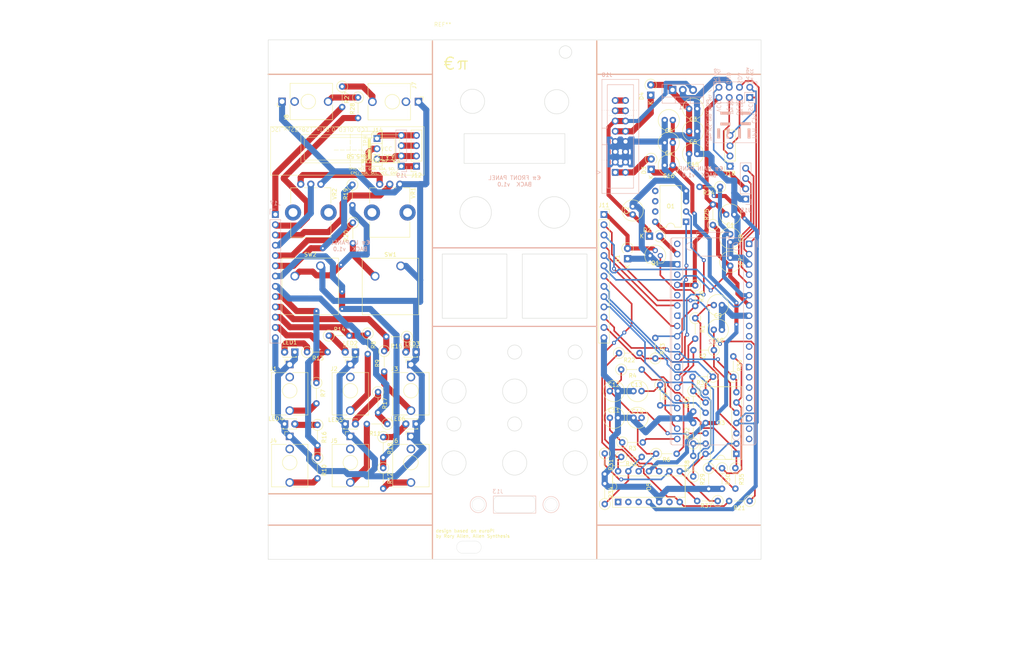
<source format=kicad_pcb>
(kicad_pcb (version 20221018) (generator pcbnew)
  (layers (0 "F.Cu" signal) (31 "B.Cu" signal) (34 "B.Paste" user) (35 "F.Paste" user) (36 "B.SilkS" user "B.Silkscreen") (37 "F.SilkS" user "F.Silkscreen") (38 "B.Mask" user) (39 "F.Mask" user) (44 "Edge.Cuts" user))
  (net 0 "")
  (net 1 "-12V")
  (net 2 "Net-(O3A-+)")
  (net 3 "Net-(O5C-+)")
  (net 4 "Net-(O3D-+)")
  (net 5 "Net-(O3C-+)")
  (net 6 "Net-(O5D-+)")
  (net 7 "Net-(D2-K)")
  (net 8 "Net-(D3-K)")
  (net 9 "Net-(D4-A)")
  (net 10 "Net-(J1-PadT)")
  (net 12 "Net-(J2-PadT)")
  (net 14 "Net-(J3-PadT)")
  (net 16 "Net-(J4-PadT)")
  (net 18 "Net-(J5-PadT)")
  (net 20 "Net-(J6-PadT)")
  (net 22 "Net-(J7-PadT)")
  (net 24 "Net-(J8-PadT)")
  (net 26 "Net-(LED1-A)")
  (net 27 "Net-(LED2-A)")
  (net 28 "Net-(LED3-A)")
  (net 29 "Net-(LED4-A)")
  (net 30 "Net-(LED5-A)")
  (net 31 "Net-(LED6-A)")
  (net 32 "GP26")
  (net 33 "Net-(O1A--)")
  (net 37 "Net-(O3A--)")
  (net 38 "Net-(O3B--)")
  (net 39 "Net-(O3C--)")
  (net 40 "Net-(O3D--)")
  (net 41 "Net-(O5-Pad7)")
  (net 42 "Net-(O5C--)")
  (net 43 "Net-(O5D--)")
  (net 44 "GP22")
  (net 45 "GP21")
  (net 46 "GP20")
  (net 47 "GP16")
  (net 48 "GP17")
  (net 49 "GP18")
  (net 50 "GP19")
  (net 51 "Net-(R19-Pad2)")
  (net 52 "Net-(R20-Pad2)")
  (net 67 "Net-(O3B-+)")
  (net 68 "CJD")
  (net 69 "CK1")
  (net 70 "CK2")
  (net 71 "CJ1")
  (net 72 "CJ2")
  (net 73 "CJ3")
  (net 74 "CJ4")
  (net 75 "CJ5")
  (net 76 "CJ6")
  (net 77 "CJA")
  (net 78 "CS2")
  (net 79 "CS1")
  (net 80 "I2C_VCC")
  (net 81 "TPH VCC {slash} CPC SDA")
  (net 82 "TPH GND {slash} CPC SCL")
  (net 83 "TPH SDA {slash} CPC VCC")
  (net 84 "TPH SCL {slash} CPC GND")
  (net 85 "I2C_GND")
  (net 86 "GP3")
  (net 87 "+5V")
  (net 88 "~")
  (net 89 "GP1")
  (net 90 "GP0")
  (net 91 "GP2")
  (net 92 "Net-(J10-Pin_13)")
  (net 93 "Net-(J10-Pin_15)")
  (footprint "Package_DIP:DIP-14_W7.62mm_Socket" (layer "F.Cu") (at 197.104 127.7874 180)
    (fp_text reference "O3")
    (fp_text value "TL074-1")
  )
  (footprint "Resistor_THT:R_Axial_DIN0207_L6.3mm_D2.5mm_P5.08mm_Vertical" (layer "F.Cu") (at 200.382352 139.4446 180)
    (fp_text reference "R21")
    (fp_text value "22K")
  )
  (footprint "Resistor_THT:R_Axial_DIN0207_L6.3mm_D2.5mm_P5.08mm_Vertical" (layer "F.Cu") (at 93.472 120.621 -90)
    (fp_text reference "R16")
    (fp_text value "4K7")
  )
  (footprint "Resistor_THT:R_Axial_DIN0207_L6.3mm_D2.5mm_P5.08mm_Vertical" (layer "F.Cu") (at 193.069 61.7474 180)
    (fp_text reference "R24")
    (fp_text value "10K")
  )
  (footprint "Resistor_THT:R_Axial_DIN0207_L6.3mm_D2.5mm_P5.08mm_Vertical" (layer "F.Cu") (at 177.239352 127.7606)
    (fp_text reference "R6")
    (fp_text value "1K")
  )
  (footprint "Library:OLED_switch_TPH-CPC_VCC+3v" (layer "F.Cu") (at 108.204 49.784)
    (fp_text reference "J14")
    (fp_text value "Conn_01x03_Pin")
  )
  (footprint "Resistor_THT:R_Axial_DIN0207_L6.3mm_D2.5mm_P5.08mm_Vertical" (layer "F.Cu") (at 108.458 112.493 -90)
    (fp_text reference "R17")
    (fp_text value "4K7")
  )
  (footprint "Resistor_THT:R_Axial_DIN0207_L6.3mm_D2.5mm_P5.08mm_Vertical" (layer "F.Cu") (at 102.235 70.612 -90)
    (fp_text reference "R20")
    (fp_text value "1K")
  )
  (footprint "Capacitor_THT:C_Radial_D5.0mm_H11.0mm_P2.00mm" (layer "F.Cu") (at 194.58 68.58)
    (fp_text reference "C1")
    (fp_text value "1uF")
  )
  (footprint "Connector_Audio:Jack_3.5mm_QingPu_WQP-PJ398SM_Vertical_CircularHoles" (layer "F.Cu") (at 84.720648 40.64 90)
    (fp_text reference "J8")
    (fp_text value "Analogue Input Jack")
  )
  (footprint "Resistor_THT:R_Axial_DIN0207_L6.3mm_D2.5mm_P5.08mm_Vertical" (layer "F.Cu") (at 193.548 131.3434 -90)
    (fp_text reference "R30")
    (fp_text value "100K")
  )
  (footprint "Connector_Audio:Jack_3.5mm_QingPu_WQP-PJ398SM_Vertical_CircularHoles" (layer "F.Cu") (at 86.614 123.474)
    (fp_text reference "J4")
    (fp_text value "Output 4 Jack")
  )
  (footprint "LED_THT:LED_D1.8mm_W3.3mm_H2.4mm" (layer "F.Cu") (at 117.872648 120.396 180)
    (fp_text reference "LED6")
    (fp_text value "LED")
  )
  (footprint "Resistor_THT:R_Axial_DIN0207_L6.3mm_D2.5mm_P5.08mm_Vertical" (layer "F.Cu") (at 186.915 86.1314 -90)
    (fp_text reference "R26")
    (fp_text value "10K")
  )
  (footprint "Resistor_THT:R_Axial_DIN0207_L6.3mm_D2.5mm_P5.08mm_Vertical" (layer "F.Cu") (at 168.066352 102.8686)
    (fp_text reference "R22")
    (fp_text value "22K")
  )
  (footprint "Resistor_THT:R_Axial_DIN0207_L6.3mm_D2.5mm_P5.08mm_Vertical" (layer "F.Cu") (at 90.903 102.616)
    (fp_text reference "R13")
    (fp_text value "4K7")
  )
  (footprint "Resistor_THT:R_Axial_DIN0207_L6.3mm_D2.5mm_P5.08mm_Vertical" (layer "F.Cu") (at 164.539352 127.7026 -90)
    (fp_text reference "R31")
    (fp_text value "100K")
  )
  (footprint "Diode_THT:D_A-405_P2.54mm_Vertical_KathodeUp" (layer "F.Cu") (at 175.598 73.9394)
    (fp_text reference "D2")
    (fp_text value "type=\"D\" model=\"DIODE\" lib=\"\"" hide)
  )
  (footprint "Capacitor_THT:C_Radial_D5.0mm_H11.0mm_P2.00mm" (layer "F.Cu") (at 179.372 56.4134)
    (fp_text reference "C16")
    (fp_text value "10uF")
  )
  (footprint "Resistor_THT:R_Axial_DIN0207_L6.3mm_D2.5mm_P5.08mm_Vertical" (layer "F.Cu") (at 110.773 120.396 180)
    (fp_text reference "R11")
    (fp_text value "1K")
  )
  (footprint "Capacitor_THT:C_Radial_D5.0mm_H11.0mm_P2.00mm" (layer "F.Cu") (at 185.399352 42.4166)
    (fp_text reference "C3")
    (fp_text value "100nF")
  )
  (footprint "Resistor_THT:R_Axial_DIN0207_L6.3mm_D2.5mm_P5.08mm_Vertical" (layer "F.Cu") (at 177.038 104.1944 90)
    (fp_text reference "R23")
    (fp_text value "22K")
  )
  (footprint "Connector_Audio:Jack_3.5mm_QingPu_WQP-PJ398SM_Vertical_CircularHoles" (layer "F.Cu") (at 101.605824 105.694)
    (fp_text reference "J2")
    (fp_text value "Output 2 Jack")
  )
  (footprint "Package_DIP:DIP-8_W7.62mm" (layer "F.Cu") (at 184.658 70.3834 180)
    (fp_text reference "O1")
    (fp_text value "MCP6002")
  )
  (footprint "Resistor_THT:R_Axial_DIN0207_L6.3mm_D2.5mm_P5.08mm_Vertical" (layer "F.Cu") (at 109.739648 123.64 -90)
    (fp_text reference "R18")
    (fp_text value "4K7")
  )
  (footprint "Resistor_THT:R_Axial_DIN0207_L6.3mm_D2.5mm_P5.08mm_Vertical" (layer "F.Cu") (at 190.246 131.3724 -90)
    (fp_text reference "R29")
    (fp_text value "100K")
  )
  (footprint "Capacitor_THT:C_Radial_D5.0mm_H11.0mm_P2.00mm" (layer "F.Cu") (at 165.809352 118.8706)
    (fp_text reference "C11")
    (fp_text value "100nF")
  )
  (footprint "Button_Switch_Keyboard:SW_Cherry_MX_1.00u_PCB" (layer "F.Cu") (at 94.234 81.28)
    (fp_text reference "SW2")
    (fp_text value "SW_Push")
  )
  (footprint "Capacitor_THT:C_Radial_D5.0mm_H11.0mm_P2.00mm" (layer "F.Cu") (at 173.651352 118.8706 180)
    (fp_text reference "C14")
    (fp_text value "100nF")
  )
  (footprint "Diode_THT:D_A-405_P2.54mm_Vertical_KathodeUp" (layer "F.Cu") (at 176.022 57.404 90)
    (fp_text reference "D3")
    (fp_text value "type=\"D\" model=\"DIODE\" lib=\"\"")
  )
  (footprint "Resistor_THT:R_Axial_DIN0207_L6.3mm_D2.5mm_P5.08mm_Vertical" (layer "F.Cu") (at 192.479352 139.4446 180)
    (fp_text reference "R37")
    (fp_text value "220K")
  )
  (footprint "Diode_THT:D_A-405_P2.54mm_Vertical_KathodeUp" (layer "F.Cu") (at 170.18 79.5274 90)
    (fp_text reference "D1")
    (fp_text value "type=\"D\" model=\"DIODE\" lib=\"\"")
  )
  (footprint "Resistor_THT:R_Axial_DIN0207_L6.3mm_D2.5mm_P5.08mm_Vertical" (layer "F.Cu") (at 186.915 94.2304 -90)
    (fp_text reference "R1")
    (fp_text value "1K")
  )
  (footprint "Resistor_THT:R_Axial_DIN0207_L6.3mm_D2.5mm_P5.08mm_Vertical" (layer "F.Cu") (at 102.119648 61.214 -90)
    (fp_text reference "R19")
    (fp_text value "1K")
  )
  (footprint "Connector_Audio:Jack_3.5mm_QingPu_WQP-PJ398SM_Vertical_CircularHoles" (layer "F.Cu") (at 118.461 40.6908 -90)
    (fp_text reference "J7")
    (fp_text value "Digital Input Jack")
  )
  (footprint "Diode_THT:D_A-405_P2.54mm_Vertical_KathodeUp" (layer "F.Cu") (at 175.913352 39.069 90)
    (fp_text reference "D4")
    (fp_text value "type=\"D\" model=\"DIODE\" lib=\"\"")
  )
  (footprint "Capacitor_THT:C_Radial_D5.0mm_H11.0mm_P2.00mm" (layer "F.Cu") (at 171.45 68.5894 90)
    (fp_text reference "C2")
    (fp_text value "1uF")
  )
  (footprint "Connector_Audio:Jack_3.5mm_QingPu_WQP-PJ398SM_Vertical_CircularHoles" (layer "F.Cu") (at 86.614 105.694)
    (fp_text reference "J1")
    (fp_text value "Output 1 Jack")
  )
  (footprint "Capacitor_THT:C_Radial_D5.0mm_H11.0mm_P2.00mm" (layer "F.Cu") (at 185.399352 48.0046)
    (fp_text reference "C5")
    (fp_text value "100nF")
  )
  (footprint "Resistor_THT:R_Axial_DIN0207_L6.3mm_D2.5mm_P5.08mm_Vertical" (layer "F.Cu") (at 178.255352 110.7136 -90)
    (fp_text reference "R5")
    (fp_text value "1K")
  )
  (footprint "Connector_PinSocket_2.54mm:PinSocket_1x13_P2.54mm_Vertical" (layer "F.Cu") (at 164.338 68.58)
    (fp_text reference "J11")
    (fp_text value "Conn_01x13_Socket")
  )
  (footprint "LED_THT:LED_D1.8mm_W3.3mm_H2.4mm" (layer "F.Cu") (at 100.330824 120.396)
    (fp_text reference "LED5")
    (fp_text value "LED")
  )
  (footprint "Capacitor_THT:C_Radial_D5.0mm_H11.0mm_P2.00mm" (layer "F.Cu") (at 165.793352 112.2666)
    (fp_text reference "C12")
    (fp_text value "100nF")
  )
  (footprint "Connector_Audio:Jack_3.5mm_QingPu_WQP-PJ398SM_Vertical_CircularHoles" (layer "F.Cu") (at 116.597648 105.694)
    (fp_text reference "J3")
    (fp_text value "Output 3 Jack")
  )
  (footprint "Resistor_THT:R_Axial_DIN0207_L6.3mm_D2.5mm_P5.08mm_Vertical" (layer "F.Cu") (at 186.436 125.2474 90)
    (fp_text reference "R32")
    (fp_text value "100K")
  )
  (footprint "Resistor_THT:R_Axial_DIN0207_L6.3mm_D2.5mm_P5.08mm_Vertical" (layer "F.Cu") (at 105.918 98.015 -90)
    (fp_text reference "R8")
    (fp_text value "1K")
  )
  (footprint "Resistor_THT:R_Axial_DIN0207_L6.3mm_D2.5mm_P5.08mm_Vertical" (layer "F.Cu") (at 103.516648 39.642 -90)
    (fp_text reference "R28")
    (fp_text value "100K")
  )
  (footprint "Resistor_THT:R_Axial_DIN0207_L6.3mm_D2.5mm_P5.08mm_Vertical" (layer "F.Cu") (at 93.472 128.778 -90)
    (fp_text reference "R10")
    (fp_text value "1K")
  )
  (footprint "Package_DIP:DIP-14_W7.62mm_Socket" (layer "F.Cu") (at 167.841352 139.6986 90)
    (fp_text reference "O5")
    (fp_text value "TL074-2")
  )
  (footprint "Resistor_THT:R_Axial_DIN0207_L6.3mm_D2.5mm_P5.08mm_Vertical" (layer "F.Cu") (at 191.545 102.1334 180)
    (fp_text reference "R2")
    (fp_text value "1K")
  )
  (footprint "Capacitor_THT:C_Radial_D5.0mm_H11.0mm_P2.00mm" (layer "F.Cu") (at 179.372 50.8254)
    (fp_text reference "C4")
    (fp_text value "100nF")
  )
  (footprint "Library:PCB-eurorack-front-128.5x40.3" (layer "F.Cu") (at 121.92 25.4)
    (fp_text reference "REF**")
    (fp_text value "PCB-eurorack-front-128.5x40.3")
    (fp_line (start 7.366 123.952) (end 10.414 123.952) (stroke (width 0.05)) (layer "Edge.Cuts"))
    (fp_line (start 10.541 127) (end 7.366 127) (stroke (width 0.05)) (layer "Edge.Cuts"))
    (fp_arc (start 7.366 126.999999) (mid 5.963718 125.476) (end 7.366 123.952001) (stroke (width 0.05)) (layer "Edge.Cuts"))
    (fp_arc (start 10.414 123.952001) (mid 12.06896 125.412445) (end 10.541 127.005282) (stroke (width 0.05)) (layer "Edge.Cuts"))
    (fp_circle (center 32.9 3) (end 34.45 3) (stroke (width 0.1)) (fill none) (layer "Edge.Cuts"))
  )
  (footprint "Connector_PinSocket_2.54mm:PinSocket_1x04_P2.54mm_Vertical" (layer "F.Cu") (at 195.5165 56.642 180)
    (fp_text reference "J18")
    (fp_text value "Conn_01x04_Pin")
  )
  (footprint "Package_TO_SOT_THT:TO-92" (layer "F.Cu") (at 175.748 78.7654)
    (fp_text reference "Q1")
    (fp_text value "2N2222")
  )
  (footprint "Button_Switch_Keyboard:SW_Cherry_MX_1.00u_PCB" (layer "F.Cu") (at 114.0714 81.3054)
    (fp_text reference "SW1")
    (fp_text value "SW_Push")
  )
  (footprint "Resistor_THT:R_Axial_DIN0207_L6.3mm_D2.5mm_P5.08mm_Vertical" (layer "F.Cu") (at 99.579648 36.928 -90)
    (fp_text reference "R27")
    (fp_text value "100K")
  )
  (footprint "Connector_Audio:Jack_3.5mm_QingPu_WQP-PJ398SM_Vertical_CircularHoles" (layer "F.Cu") (at 101.605824 123.474)
    (fp_text reference "J5")
    (fp_text value "Output 5 Jack")
  )
  (footprint "Resistor_THT:R_Axial_DIN0207_L6.3mm_D2.5mm_P5.08mm_Vertical" (layer "F.Cu") (at 196.342 108.7664 90)
    (fp_text reference "R36")
    (fp_text value "220K")
  )
  (footprint "Resistor_THT:R_Axial_DIN0207_L6.3mm_D2.5mm_P5.08mm_Vertical" (layer "F.Cu") (at 191.291 71.1744 90)
    (fp_text reference "R25")
    (fp_text value "10K")
  )
  (footprint "Capacitor_THT:C_Radial_D5.0mm_H11.0mm_P2.00mm" (layer "F.Cu") (at 191.516 97.090701)
    (fp_text reference "C10")
    (fp_text value "100nF")
  )
  (footprint "Resistor_THT:R_Axial_DIN0207_L6.3mm_D2.5mm_P5.08mm_Vertical" (layer "F.Cu") (at 109.982 102.362 -90)
    (fp_text reference "R9")
    (fp_text value "1K")
  )
  (footprint "Capacitor_THT:C_Radial_D5.0mm_H11.0mm_P2.00mm" (layer "F.Cu") (at 173.635352 112.2666 180)
    (fp_text reference "C13")
    (fp_text value "100nF")
  )
  (footprint "Resistor_THT:R_Axial_DIN0207_L6.3mm_D2.5mm_P5.08mm_Vertical" (layer "F.Cu") (at 93.218 110.236 -90)
    (fp_text reference "R7")
    (fp_text value "1K")
  )
  (footprint "Capacitor_THT:C_Radial_D5.0mm_H11.0mm_P2.00mm" (layer "F.Cu") (at 195.58 81.28 90)
    (fp_text reference "C7")
    (fp_text value "100nF")
  )
  (footprint "Resistor_THT:R_Axial_DIN0207_L6.3mm_D2.5mm_P5.08mm_Vertical" (layer "F.Cu") (at 164.539352 140.2066 90)
    (fp_text reference "R34")
    (fp_text value "100K")
  )
  (footprint "Potentiometer_THT:Potentiometer_Bourns_PTV09A-1_Single_Vertical" (layer "F.Cu") (at 108.8594 61.0974 -90)
    (fp_text reference "VR1")
    (fp_text value "KNOB 1")
  )
  (footprint "Capacitor_THT:C_Radial_D5.0mm_H11.0mm_P2.00mm" (layer "F.Cu") (at 185.399352 53.5926)
    (fp_text reference "C15")
    (fp_text value "10uF")
  )
  (footprint "LED_THT:LED_D1.8mm_W3.3mm_H2.4mm" (layer "F.Cu") (at 102.880824 102.616 180)
    (fp_text reference "LED2")
    (fp_text value "LED")
  )
  (footprint "Potentiometer_THT:Potentiometer_Bourns_PTV09A-1_Single_Vertical" (layer "F.Cu") (at 89.332648 61.087 -90)
    (fp_text reference "VR2")
    (fp_text value "KNOB 2")
  )
  (footprint "Resistor_THT:R_Axial_DIN0207_L6.3mm_D2.5mm_P5.08mm_Vertical" (layer "F.Cu") (at 168.857352 124.9666)
    (fp_text reference "R3")
    (fp_text value "1K")
  )
  (footprint "Resistor_THT:R_Axial_DIN0207_L6.3mm_D2.5mm_P5.08mm_Vertical" (layer "F.Cu") (at 168.603352 106.9326)
    (fp_text reference "R4")
    (fp_text value "1K")
  )
  (footprint "Resistor_THT:R_Axial_DIN0207_L6.3mm_D2.5mm_P5.08mm_Vertical" (layer "F.Cu") (at 191.32 108.7084 180)
    (fp_text reference "R39")
    (fp_text value "220K")
  )
  (footprint "LED_THT:LED_D1.8mm_W3.3mm_H2.4mm" (layer "F.Cu") (at 85.339 120.396)
    (fp_text reference "LED4")
    (fp_text value "LED")
  )
  (footprint "Library:LCD_OLED_0.91in_128x32px_I2C" (layer "F.Cu") (at 117.9576 56.642 180)
    (fp_text reference "J12")
    (fp_text value "OLED 64x128")
  )
  (footprint "Capacitor_THT:C_Radial_D5.0mm_H11.0mm_P2.00mm" (layer "F.Cu") (at 191.516 90.994701)
    (fp_text reference "C9")
    (fp_text value "100nF")
  )
  (footprint "Resistor_THT:R_Axial_DIN0207_L6.3mm_D2.5mm_P5.08mm_Vertical" (layer "F.Cu") (at 168.603352 128.5516)
    (fp_text reference "R40")
    (fp_text value "220K")
  )
  (footprint "Connector_Audio:Jack_3.5mm_QingPu_WQP-PJ398SM_Vertical_CircularHoles" (layer "F.Cu") (at 116.597648 123.474)
    (fp_text reference "J6")
    (fp_text value "Output 6 Jack")
  )
  (footprint "LED_THT:LED_D1.8mm_W3.3mm_H2.4mm" (layer "F.Cu") (at 117.872648 102.616 180)
    (fp_text reference "LED3")
    (fp_text value "LED")
  )
  (footprint "Resistor_THT:R_Axial_DIN0207_L6.3mm_D2.5mm_P5.08mm_Vertical" (layer "F.Cu") (at 109.739648 131.289 -90)
    (fp_text reference "R12")
    (fp_text value "1K")
  )
  (footprint "Resistor_THT:R_Axial_DIN0207_L6.3mm_D2.5mm_P5.08mm_Vertical" (layer "F.Cu") (at 186.436 133.3754 90)
    (fp_text reference "R38")
    (fp_text value "220K")
  )
  (footprint "Resistor_THT:R_Axial_DIN0207_L6.3mm_D2.5mm_P5.08mm_Vertical" (layer "F.Cu") (at 196.85 131.3144 -90)
    (fp_text reference "R35")
    (fp_text value "220K")
  )
  (footprint "Resistor_THT:R_Axial_DIN0207_L6.3mm_D2.5mm_P5.08mm_Vertical" (layer "F.Cu") (at 96.266 98.552)
    (fp_text reference "R14")
    (fp_text value "4K7")
  )
  (footprint "Capacitor_THT:C_Radial_D5.0mm_H11.0mm_P2.00mm" (layer "F.Cu") (at 195.58 73.438 -90)
    (fp_text reference "C8")
    (fp_text value "100nF")
  )
  (footprint "LED_THT:LED_D1.8mm_W3.3mm_H2.4mm" (layer "F.Cu") (at 87.889 102.616 180)
    (fp_text reference "LED1")
    (fp_text value "LED")
  )
  (footprint "Resistor_THT:R_Axial_DIN0207_L6.3mm_D2.5mm_P5.08mm_Vertical" (layer "F.Cu") (at 115.581648 98.806 180)
    (fp_text reference "R15")
    (fp_text value "4K7")
  )
  (footprint "Capacitor_THT:C_Radial_D5.0mm_H11.0mm_P2.00mm" (layer "F.Cu") (at 179.372 45.2374)
    (fp_text reference "C6")
    (fp_text value "100nF")
  )
  (footprint "Resistor_THT:R_Axial_DIN0207_L6.3mm_D2.5mm_P5.08mm_Vertical" (layer "F.Cu") (at 186.436 112.2354 -90)
    (fp_text reference "R33")
    (fp_text value "100K")
  )
  (footprint "Library:USBmicroB_panelMount" (layer "B.Cu") (at 142.2455 140.3375 180)
    (fp_text reference "J13")
    (fp_text value "USB_B_Micro")
    (fp_line (start -5.08 -0.889) (end -5.08 0.93258) (stroke (width 0.05)) (layer "Edge.Cuts"))
    (fp_line (start -3.98058 2.032) (end 4.048593 2.032) (stroke (width 0.05)) (layer "Edge.Cuts"))
    (fp_line (start 4.048593 -1.98842) (end -3.98058 -1.98842) (stroke (width 0.05)) (layer "Edge.Cuts"))
    (fp_line (start 5.148013 0.93258) (end 5.148013 -0.889) (stroke (width 0.05)) (layer "Edge.Cuts"))
    (fp_arc (start -5.08 -0.889) (mid -4.757987 -1.666407) (end -3.98058 -1.98842) (stroke (width 0.05)) (layer "Edge.Cuts"))
    (fp_arc (start -3.98058 2.032) (mid -4.757987 1.709987) (end -5.08 0.93258) (stroke (width 0.05)) (layer "Edge.Cuts"))
    (fp_arc (start 4.048593 -1.98842) (mid 4.826005 -1.66641) (end 5.148013 -0.889) (stroke (width 0.05)) (layer "Edge.Cuts"))
    (fp_arc (start 5.148013 0.93258) (mid 4.826007 1.709998) (end 4.048593 2.032) (stroke (width 0.05)) (layer "Edge.Cuts"))
    (fp_circle (center -9 0) (end -7.45 0) (stroke (width 0.05)) (fill none) (layer "Edge.Cuts"))
    (fp_circle (center 9 0) (end 10.55 0) (stroke (width 0.05)) (fill none) (layer "Edge.Cuts"))
  )
  (footprint "Library:OLED_switch_TPH-CPC" (layer "B.Cu") (at 200.406 39.6494 90)
    (fp_text reference "J16" hide)
    (fp_text value "Conn_02x04_Top_Bottom")
  )
  (footprint "Connector_PinSocket_2.54mm:PinSocket_1x04_P2.54mm_Vertical" (layer "B.Cu") (at 199.39 64.77)
    (fp_text reference "J15")
    (fp_text value "Conn_01x04_Pin")
  )
  (footprint "Library:RaspberryPi_Pico_Common_THT-minimal_courtyard_assumed_mounted_high" (layer "B.Cu") (at 191.356 99.9714 180)
    (fp_text reference "U2")
    (fp_text value "PICO_RP2040")
  )
  (footprint "Connector_PinSocket_2.54mm:PinSocket_1x04_P2.54mm_Vertical" (layer "B.Cu") (at 114.2115 56.642)
    (fp_text reference "J19")
    (fp_text value "Conn_01x04_Socket")
  )
  (footprint "Connector_PinSocket_2.54mm:PinSocket_1x13_P2.54mm_Vertical" (layer "B.Cu") (at 83.058 68.58 180)
    (fp_text reference "J17")
    (fp_text value "Conn_01x13_Pin")
  )
  (footprint "Library:IDC-Header_euroRack-2x08_and_2x05_P2.54mm_Vertical" (layer "B.Cu") (at 167.132 58.166)
    (fp_text reference "J10")
    (fp_text value "Eurorack Power 2x8 16p")
  )
  (footprint "Package_TO_SOT_THT:TO-220-3_Vertical" (layer "B.Cu") (at 181.303352 37.7736)
    (fp_text reference "U1")
    (fp_text value "L7805")
  )
  (gr_line (start 81.28 145.415) (end 121.7168 145.415) (stroke (width 0.3)) (layer "B.SilkS"))
  (gr_line (start 162.56 25.665) (end 162.56 153.67) (stroke (width 0.3)) (layer "B.SilkS"))
  (gr_line (start 121.92 25.665) (end 121.92 153.67) (stroke (width 0.3)) (layer "B.SilkS"))
  (gr_line (start 81.3816 137.679) (end 121.8184 137.679) (stroke (width 0.3)) (layer "B.SilkS"))
  (gr_line (start 162.56 33.909) (end 203.073 33.909) (stroke (width 0.3)) (layer "B.SilkS"))
  (gr_line (start 122.1105 76.835) (end 162.6235 76.835) (stroke (width 0.3)) (layer "B.SilkS"))
  (gr_line (start 81.28 33.909) (end 121.793 33.909) (stroke (width 0.3)) (layer "B.SilkS"))
  (gr_line (start 121.92 96.266) (end 162.433 96.266) (stroke (width 0.3)) (layer "B.SilkS"))
  (gr_line (start 162.56 145.415) (end 202.9968 145.415) (stroke (width 0.3)) (layer "B.SilkS"))
  (gr_line (start 81.3816 137.668) (end 121.8184 137.668) (stroke (width 0.3)) (layer "F.SilkS"))
  (gr_line (start 162.56 25.654) (end 162.56 153.659) (stroke (width 0.3)) (layer "F.SilkS"))
  (gr_line (start 81.28 33.909) (end 121.7676 33.909) (stroke (width 0.3)) (layer "F.SilkS"))
  (gr_line (start 162.56 145.415) (end 202.9968 145.415) (stroke (width 0.3)) (layer "F.SilkS"))
  (gr_line (start 121.92 25.654) (end 121.92 153.659) (stroke (width 0.3)) (layer "F.SilkS"))
  (gr_line (start 81.28 145.415) (end 121.7168 145.415) (stroke (width 0.3)) (layer "F.SilkS"))
  (gr_line (start 162.56 33.909) (end 203.0476 33.909) (stroke (width 0.3)) (layer "F.SilkS"))
  (gr_circle (center 127.2438 102.6108) (end 128.9938 102.6108) (stroke (width 0.1)) (fill none) (layer "Edge.Cuts"))
  (gr_circle (center 127.2438 130.0508) (end 130.2438 130.0508) (stroke (width 0.1)) (fill none) (layer "Edge.Cuts"))
  (gr_circle (center 157.2158 130.048) (end 160.2158 130.048) (stroke (width 0.1)) (fill none) (layer "Edge.Cuts"))
  (gr_circle (center 157.2158 112.268) (end 160.2158 112.268) (stroke (width 0.1)) (fill none) (layer "Edge.Cuts"))
  (gr_circle (center 142.2552 112.268) (end 145.2552 112.268) (stroke (width 0.1)) (fill none) (layer "Edge.Cuts"))
  (gr_circle (center 142.2552 130.048) (end 145.2552 130.048) (stroke (width 0.1)) (fill none) (layer "Edge.Cuts"))
  (gr_rect (start 81.28 25.4) (end 203.2 153.8986) (stroke (width 0.1)) (fill none) (layer "Edge.Cuts"))
  (gr_circle (center 132.6032 68.072) (end 136.5032 68.072) (stroke (width 0.1)) (fill none) (layer "Edge.Cuts"))
  (gr_circle (center 131.8158 40.584) (end 134.8158 40.584) (stroke (width 0.1)) (fill none) (layer "Edge.Cuts"))
  (gr_circle (center 157.2158 120.396) (end 158.9658 120.396) (stroke (width 0.1)) (fill none) (layer "Edge.Cuts"))
  (gr_circle (center 127.2438 120.3988) (end 128.9938 120.3988) (stroke (width 0.1)) (fill none) (layer "Edge.Cuts"))
  (gr_circle (center 152.0342 68.072) (end 155.9342 68.072) (stroke (width 0.1)) (fill none) (layer "Edge.Cuts"))
  (gr_circle (center 142.2552 120.396) (end 144.0052 120.396) (stroke (width 0.1)) (fill none) (layer "Edge.Cuts"))
  (gr_rect (start 144.145 78.359) (end 160.147 94.234) (stroke (width 0.1)) (fill none) (layer "Edge.Cuts"))
  (gr_rect (start 124.333 78.359) (end 140.335 94.234) (stroke (width 0.1)) (fill none) (layer "Edge.Cuts"))
  (gr_circle (center 157.2158 102.608) (end 158.9658 102.608) (stroke (width 0.1)) (fill none) (layer "Edge.Cuts"))
  (gr_circle (center 152.6438 40.696) (end 155.6438 40.696) (stroke (width 0.1)) (fill none) (layer "Edge.Cuts"))
  (gr_rect (start 129.7432 48.586) (end 154.686 55.952) (stroke (width 0.1)) (fill none) (layer "Edge.Cuts"))
  (gr_circle (center 142.2552 102.608) (end 144.0052 102.608) (stroke (width 0.1)) (fill none) (layer "Edge.Cuts"))
  (gr_circle (center 127.2438 112.2708) (end 130.2438 112.2708) (stroke (width 0.1)) (fill none) (layer "Edge.Cuts"))
  (gr_text "€π FRONT PANEL\nBACK  v1.0" (at 142.24 61.722) (layer "B.SilkS") (effects (font (size 1 1)) (justify bottom mirror)))
  (gr_text "€π UI PANEL\nBACK  v1.0" (at 101.6 77.724) (layer "B.SilkS") (effects (font (size 1 1)) (justify bottom mirror)))
  (gr_text "€π MAIN PANEL\nBACK  v1.0" (at 187.96 59.436) (layer "B.SilkS") (effects (font (size 1 1)) (justify bottom mirror)))
  (gr_text "€π" (at 124.46 33.02) (layer "F.SilkS") (effects (font (size 3 3) (thickness 0.3)) (justify left bottom)))
  (gr_text "design based on euroPI\nby Rory Allen, Allen Synthesis" (at 122.682 148.59) (layer "F.SilkS") (effects (font (size 0.8 0.8) (thickness 0.125)) (justify left bottom)))
  (segment (start 189.484 120.1674) (end 192.274612 120.1674) (width 1) (layer "F.Cu") (net 1))
  (segment (start 181.372 50.8254) (end 181.372 55.6514) (width 1) (layer "F.Cu") (net 1))
  (segment (start 192.274612 120.1674) (end 192.404377 120.037635) (width 1) (layer "F.Cu") (net 1))
  (segment (start 197.104 90.424) (end 197.104 95.806177) (width 1) (layer "F.Cu") (net 1))
  (segment (start 181.372 50.8254) (end 181.372 45.2374) (width 1) (layer "F.Cu") (net 1))
  (segment (start 176.8314 58.2134) (end 180.2926 58.2134) (width 1.5) (layer "F.Cu") (net 1))
  (segment (start 176.022 57.404) (end 176.8314 58.2134) (width 1.5) (layer "F.Cu") (net 1))
  (segment (start 181.372 55.6514) (end 181.372 56.605432) (width 1) (layer "F.Cu") (net 1))
  (segment (start 181.372 57.134) (end 181.372 56.4134) (width 1.5) (layer "F.Cu") (net 1))
  (segment (start 181.418 56.2214) (end 181.61 56.4134) (width 0.5) (layer "F.Cu") (net 1))
  (segment (start 181.372 55.6514) (end 181.372 56.4134) (width 1) (layer "F.Cu") (net 1))
  (segment (start 181.372 56.2214) (end 181.418 56.2214) (width 0.5) (layer "F.Cu") (net 1))
  (segment (start 186.208 61.2494) (end 186.208 67.8694) (width 1) (layer "F.Cu") (net 1))
  (segment (start 186.208 67.8694) (end 186.69 68.3514) (width 1) (layer "F.Cu") (net 1))
  (segment (start 180.2926 58.2134) (end 181.372 57.134) (width 1.5) (layer "F.Cu") (net 1))
  (segment (start 181.372 56.4134) (end 186.208 61.2494) (width 1) (layer "F.Cu") (net 1))
  (via (at 186.69 68.3514) (size 1) (drill 0.5) (layers "F.Cu" "B.Cu") (net 1))
  (via (at 192.404377 120.037635) (size 1) (drill 0.5) (layers "F.Cu" "B.Cu") (net 1))
  (via (at 197.104 95.806177) (size 1) (drill 0.5) (layers "F.Cu" "B.Cu") (net 1))
  (via (at 197.104 90.424) (size 1) (drill 0.5) (layers "F.Cu" "B.Cu") (net 1))
  (segment (start 189.484 120.1674) (end 185.954 123.6974) (width 1) (layer "B.Cu") (net 1))
  (segment (start 186.858 68.5194) (end 186.858 71.034) (width 1) (layer "B.Cu") (net 1))
  (segment (start 194.564 115.643503) (end 192.404377 117.803126) (width 1) (layer "B.Cu") (net 1))
  (segment (start 182.393384 129.8786) (end 177.661352 129.8786) (width 1) (layer "B.Cu") (net 1))
  (segment (start 197.104 95.806177) (end 197.104 97.779767) (width 1) (layer "B.Cu") (net 1))
  (segment (start 177.661352 129.8786) (end 175.461352 132.0786) (width 1) (layer "B.Cu") (net 1))
  (segment (start 190.5 74.676) (end 190.5 83.82) (width 1) (layer "B.Cu") (net 1))
  (segment (start 190.5 83.82) (end 197.104 90.424) (width 1) (layer "B.Cu") (net 1))
  (segment (start 186.858 71.034) (end 190.5 74.676) (width 1) (layer "B.Cu") (net 1))
  (segment (start 194.564 100.319767) (end 194.564 115.643503) (width 1) (layer "B.Cu") (net 1))
  (segment (start 184.886 127.385984) (end 182.393384 129.8786) (width 1) (layer "B.Cu") (net 1))
  (segment (start 184.886 124.605368) (end 184.886 127.385984) (width 1) (layer "B.Cu") (net 1))
  (segment (start 186.69 68.3514) (end 186.858 68.5194) (width 1) (layer "B.Cu") (net 1))
  (segment (start 197.104 97.779767) (end 194.564 100.319767) (width 1) (layer "B.Cu") (net 1))
  (segment (start 185.793968 123.6974) (end 184.886 124.605368) (width 1) (layer "B.Cu") (net 1))
  (segment (start 185.954 123.6974) (end 185.793968 123.6974) (width 1) (layer "B.Cu") (net 1))
  (segment (start 192.404377 117.803126) (end 192.404377 120.037635) (width 1) (layer "B.Cu") (net 1))
  (segment (start 197.104 121.935167) (end 192.57 117.401167) (width 0.4) (layer "F.Cu") (net 2))
  (segment (start 190.150699 90.994701) (end 186.915 94.2304) (width 0.4) (layer "F.Cu") (net 2))
  (segment (start 191.516 90.994701) (end 190.150699 90.994701) (width 0.4) (layer "F.Cu") (net 2))
  (segment (start 188.214 95.5294) (end 186.915 94.2304) (width 0.4) (layer "F.Cu") (net 2))
  (segment (start 188.214 103.834632) (end 188.214 95.5294) (width 0.4) (layer "F.Cu") (net 2))
  (segment (start 192.57 108.190632) (end 188.214 103.834632) (width 0.4) (layer "F.Cu") (net 2))
  (segment (start 197.104 122.7074) (end 197.104 121.935167) (width 0.4) (layer "F.Cu") (net 2))
  (segment (start 192.57 117.401167) (end 192.57 108.190632) (width 0.4) (layer "F.Cu") (net 2))
  (segment (start 176.101352 130.1786) (end 178.001352 132.0786) (width 0.4) (layer "F.Cu") (net 3))
  (segment (start 168.857352 125.825362) (end 173.21059 130.1786) (width 0.4) (layer "F.Cu") (net 3))
  (segment (start 165.809352 121.9186) (end 168.857352 124.9666) (width 0.4) (layer "F.Cu") (net 3))
  (segment (start 173.21059 130.1786) (end 176.101352 130.1786) (width 0.4) (layer "F.Cu") (net 3))
  (segment (start 168.857352 124.9666) (end 168.857352 125.825362) (width 0.4) (layer "F.Cu") (net 3))
  (segment (start 165.809352 118.8706) (end 165.809352 121.9186) (width 0.4) (layer "F.Cu") (net 3))
  (segment (start 168.603352 106.9326) (end 168.603352 109.4566) (width 0.4) (layer "F.Cu") (net 4))
  (segment (start 175.024592 117.6206) (end 180.085992 122.682) (width 0.4) (layer "F.Cu") (net 4))
  (segment (start 168.603352 109.4566) (end 165.793352 112.2666) (width 0.4) (layer "F.Cu") (net 4))
  (segment (start 165.793352 112.2666) (end 171.147352 117.6206) (width 0.4) (layer "F.Cu") (net 4))
  (segment (start 185.01996 122.7074) (end 184.969585 122.757775) (width 0.4) (layer "F.Cu") (net 4))
  (segment (start 189.484 122.7074) (end 185.01996 122.7074) (width 0.4) (layer "F.Cu") (net 4))
  (segment (start 171.147352 117.6206) (end 175.024592 117.6206) (width 0.4) (layer "F.Cu") (net 4))
  (via (at 184.969585 122.757775) (size 1) (drill 0.5) (layers "F.Cu" "B.Cu") (net 4))
  (via (at 180.085992 122.682) (size 1) (drill 0.5) (layers "F.Cu" "B.Cu") (net 4))
  (segment (start 184.91596 122.8114) (end 184.969585 122.757775) (width 0.4) (layer "B.Cu") (net 4))
  (segment (start 180.215392 122.8114) (end 184.91596 122.8114) (width 0.4) (layer "B.Cu") (net 4))
  (segment (start 180.085992 122.682) (end 180.215392 122.8114) (width 0.4) (layer "B.Cu") (net 4))
  (segment (start 173.635352 112.2666) (end 176.702352 112.2666) (width 0.4) (layer "F.Cu") (net 5))
  (segment (start 176.702352 112.2666) (end 178.255352 110.7136) (width 0.4) (layer "F.Cu") (net 5))
  (segment (start 182.095239 115.1914) (end 182.047438 115.1436) (width 0.4) (layer "B.Cu") (net 5))
  (segment (start 189.484 117.6274) (end 187.048 115.1914) (width 0.4) (layer "B.Cu") (net 5))
  (segment (start 182.047438 115.1436) (end 181.553982 115.1436) (width 0.4) (layer "B.Cu") (net 5))
  (segment (start 178.255352 111.84497) (end 178.255352 110.7136) (width 0.4) (layer "B.Cu") (net 5))
  (segment (start 187.048 115.1914) (end 182.095239 115.1914) (width 0.4) (layer "B.Cu") (net 5))
  (segment (start 181.553982 115.1436) (end 178.255352 111.84497) (width 0.4) (layer "B.Cu") (net 5))
  (segment (start 174.953352 127.7606) (end 177.239352 127.7606) (width 0.4) (layer "F.Cu") (net 6))
  (segment (start 172.687352 119.8346) (end 172.687352 125.4946) (width 0.4) (layer "F.Cu") (net 6))
  (segment (start 172.687352 125.4946) (end 174.953352 127.7606) (width 0.4) (layer "F.Cu") (net 6))
  (segment (start 173.651352 118.8706) (end 172.687352 119.8346) (width 0.4) (layer "F.Cu") (net 6))
  (segment (start 177.239352 127.7606) (end 172.921352 132.0786) (width 0.4) (layer "B.Cu") (net 6))
  (segment (start 178.138 73.9394) (end 178.138 74.0534) (width 1) (layer "F.Cu") (net 7))
  (segment (start 178.138 74.0534) (end 182.466 78.3814) (width 1) (layer "F.Cu") (net 7))
  (segment (start 171.651352 58.1646) (end 169.619352 58.1646) (width 1.5) (layer "F.Cu") (net 8))
  (segment (start 169.619352 58.1646) (end 167.079352 58.1646) (width 1.5) (layer "F.Cu") (net 8))
  (segment (start 176.022 54.864) (end 174.951952 54.864) (width 1.5) (layer "F.Cu") (net 8))
  (segment (start 174.951952 54.864) (end 171.651352 58.1646) (width 1.5) (layer "F.Cu") (net 8))
  (segment (start 175.913352 43.4886) (end 171.397352 48.0046) (width 1.5) (layer "F.Cu") (net 9))
  (segment (start 175.913352 39.069) (end 175.913352 43.4886) (width 1.5) (layer "F.Cu") (net 9))
  (segment (start 171.397352 48.0046) (end 167.143661 48.0046) (width 1.5) (layer "F.Cu") (net 9))
  (segment (start 91.44 117.094) (end 86.614 117.094) (width 1.5) (layer "F.Cu") (net 10))
  (segment (start 93.218 115.316) (end 91.44 117.094) (width 1.5) (layer "F.Cu") (net 10))
  (segment (start 105.918 103.095) (end 105.918 113.03) (width 1.5) (layer "F.Cu") (net 12))
  (segment (start 105.918 113.03) (end 101.854 117.094) (width 1.5) (layer "F.Cu") (net 12))
  (segment (start 109.982 110.478352) (end 109.982 107.442) (width 1.5) (layer "F.Cu") (net 14))
  (segment (start 116.597648 117.094) (end 109.982 110.478352) (width 1.5) (layer "F.Cu") (net 14))
  (segment (start 93.472 133.858) (end 92.456 134.874) (width 1.5) (layer "F.Cu") (net 16))
  (segment (start 92.456 134.874) (end 86.614 134.874) (width 1.5) (layer "F.Cu") (net 16))
  (segment (start 105.693 120.396) (end 105.693 131.035) (width 1.5) (layer "F.Cu") (net 18))
  (segment (start 101.605824 134.874) (end 101.854 134.874) (width 1) (layer "F.Cu") (net 18))
  (segment (start 105.693 131.035) (end 101.854 134.874) (width 1.5) (layer "F.Cu") (net 18))
  (segment (start 110.980648 135.128) (end 111.517648 135.128) (width 1.5) (layer "F.Cu") (net 20))
  (segment (start 109.739648 136.369) (end 110.980648 135.128) (width 1.5) (layer "F.Cu") (net 20))
  (segment (start 111.517648 135.128) (end 111.771648 134.874) (width 1.5) (layer "F.Cu") (net 20))
  (segment (start 111.771648 134.874) (end 116.597648 134.874) (width 1.5) (layer "F.Cu") (net 20))
  (segment (start 107.061 40.6908) (end 107.061 39.285215) (width 1.5) (layer "F.Cu") (net 22))
  (segment (start 107.061 39.285215) (end 104.703785 36.928) (width 1.5) (layer "F.Cu") (net 22))
  (segment (start 104.703785 36.928) (end 99.579648 36.928) (width 1.5) (layer "F.Cu") (net 22))
  (segment (start 97.118648 39.642) (end 96.120648 40.64) (width 1.5) (layer "F.Cu") (net 24))
  (segment (start 103.516648 39.642) (end 97.118648 39.642) (width 1.5) (layer "F.Cu") (net 24))
  (segment (start 90.039 100.466) (end 85.739 100.466) (width 1.5) (layer "F.Cu") (net 26))
  (segment (start 90.903 102.616) (end 90.903 101.33) (width 1.5) (layer "F.Cu") (net 26))
  (segment (start 90.903 101.33) (end 90.039 100.466) (width 1.5) (layer "F.Cu") (net 26))
  (segment (start 85.349 100.856) (end 85.349 102.616) (width 1.5) (layer "F.Cu") (net 26))
  (segment (start 85.739 100.466) (end 85.349 100.856) (width 1.5) (layer "F.Cu") (net 26))
  (segment (start 100.340824 102.118824) (end 100.340824 102.616) (width 1.5) (layer "F.Cu") (net 27))
  (segment (start 96.774 98.552) (end 100.340824 102.118824) (width 1.5) (layer "F.Cu") (net 27))
  (segment (start 96.266 98.552) (end 96.774 98.552) (width 1.5) (layer "F.Cu") (net 27))
  (segment (start 115.581648 102.367) (end 115.332648 102.616) (width 1.5) (layer "F.Cu") (net 28))
  (segment (start 115.581648 98.806) (end 115.581648 102.367) (width 1.5) (layer "F.Cu") (net 28))
  (segment (start 88.138 120.396) (end 88.363 120.621) (width 1.5) (layer "F.Cu") (net 29))
  (segment (start 87.879 120.396) (end 88.138 120.396) (width 1.5) (layer "F.Cu") (net 29))
  (segment (start 93.472 120.621) (end 88.363 120.621) (width 1.5) (layer "F.Cu") (net 29))
  (segment (start 102.870824 119.351081) (end 108.458 113.763905) (width 1.5) (layer "F.Cu") (net 30))
  (segment (start 102.870824 120.396) (end 102.870824 119.351081) (width 1.5) (layer "F.Cu") (net 30))
  (segment (start 108.458 113.763905) (end 108.458 112.493) (width 1.5) (layer "F.Cu") (net 30))
  (segment (start 115.332648 120.396) (end 115.332648 120.65) (width 1.5) (layer "F.Cu") (net 31))
  (segment (start 112.342648 123.64) (end 109.739648 123.64) (width 1.5) (layer "F.Cu") (net 31))
  (segment (start 115.332648 120.65) (end 112.342648 123.64) (width 1.5) (layer "F.Cu") (net 31))
  (segment (start 184.658 81.314724) (end 184.746262 81.226462) (width 0.4) (layer "F.Cu") (net 32))
  (segment (start 184.658 84.7199) (end 184.658 81.314724) (width 0.4) (layer "F.Cu") (net 32))
  (via (at 184.658 84.7199) (size 1) (drill 0.5) (layers "F.Cu" "B.Cu") (net 32))
  (via (at 184.746262 81.226462) (size 1) (drill 0.5) (layers "F.Cu" "B.Cu") (net 32))
  (segment (start 184.658 81.1382) (end 184.746262 81.226462) (width 0.4) (layer "B.Cu") (net 32))
  (segment (start 184.158581 97.008819) (end 182.466 98.7014) (width 0.4) (layer "B.Cu") (net 32))
  (segment (start 184.658 70.3834) (end 184.658 81.1382) (width 0.4) (layer "B.Cu") (net 32))
  (segment (start 184.158581 85.219319) (end 184.158581 97.008819) (width 0.4) (layer "B.Cu") (net 32))
  (segment (start 182.466 98.7014) (end 177.451 98.7014) (width 0.4) (layer "B.Cu") (net 32))
  (segment (start 177.451 98.7014) (end 177.038 99.1144) (width 0.4) (layer "B.Cu") (net 32))
  (segment (start 184.658 84.7199) (end 184.158581 85.219319) (width 0.4) (layer "B.Cu") (net 32))
  (segment (start 184.366 103.67) (end 183.0046 105.0314) (width 0.4) (layer "F.Cu") (net 33))
  (segment (start 180.285233 104.1944) (end 177.038 104.1944) (width 0.4) (layer "F.Cu") (net 33))
  (segment (start 189.044146 88.323854) (end 188.976 88.392) (width 0.4) (layer "F.Cu") (net 33))
  (segment (start 174.472152 104.1944) (end 173.146352 102.8686) (width 0.4) (layer "F.Cu") (net 33))
  (segment (start 184.366 98.844) (end 184.366 103.67) (width 0.4) (layer "F.Cu") (net 33))
  (segment (start 189.044146 79.884267) (end 189.044146 88.323854) (width 0.4) (layer "F.Cu") (net 33))
  (segment (start 177.038 104.1944) (end 174.472152 104.1944) (width 0.4) (layer "F.Cu") (net 33))
  (segment (start 184.912 98.298) (end 184.366 98.844) (width 0.4) (layer "F.Cu") (net 33))
  (segment (start 181.122233 105.0314) (end 180.285233 104.1944) (width 0.4) (layer "F.Cu") (net 33))
  (segment (start 183.0046 105.0314) (end 181.122233 105.0314) (width 0.4) (layer "F.Cu") (net 33))
  (via (at 184.912 98.298) (size 1) (drill 0.5) (layers "F.Cu" "B.Cu") (net 33))
  (via (at 189.044146 79.884267) (size 1) (drill 0.5) (layers "F.Cu" "B.Cu") (net 33))
  (via (at 188.976 88.392) (size 1) (drill 0.5) (layers "F.Cu" "B.Cu") (net 33))
  (segment (start 185.908 76.748121) (end 189.044146 79.884267) (width 0.4) (layer "B.Cu") (net 33))
  (segment (start 184.912 98.298) (end 184.808581 98.194581) (width 0.4) (layer "B.Cu") (net 33))
  (segment (start 184.808581 89.437898) (end 185.854479 88.392) (width 0.4) (layer "B.Cu") (net 33))
  (segment (start 185.908 69.0934) (end 185.908 76.748121) (width 0.4) (layer "B.Cu") (net 33))
  (segment (start 185.854479 88.392) (end 188.976 88.392) (width 0.4) (layer "B.Cu") (net 33))
  (segment (start 184.808581 98.194581) (end 184.808581 89.437898) (width 0.4) (layer "B.Cu") (net 33))
  (segment (start 184.658 67.8434) (end 185.908 69.0934) (width 0.4) (layer "B.Cu") (net 33))
  (segment (start 190.246 131.3724) (end 191.37737 131.3724) (width 0.4) (layer "F.Cu") (net 37))
  (segment (start 196.39937 136.3944) (end 196.85 136.3944) (width 0.4) (layer "F.Cu") (net 37))
  (segment (start 191.37737 131.3724) (end 196.39937 136.3944) (width 0.4) (layer "F.Cu") (net 37))
  (segment (start 190.246 130.048) (end 190.246 131.3724) (width 0.4) (layer "B.Cu") (net 37))
  (segment (start 197.104 125.2474) (end 195.0466 125.2474) (width 0.4) (layer "B.Cu") (net 37))
  (segment (start 195.0466 125.2474) (end 190.246 130.048) (width 0.4) (layer "B.Cu") (net 37))
  (segment (start 198.354 105.6984) (end 198.354 113.8374) (width 0.4) (layer "F.Cu") (net 38))
  (segment (start 198.354 131.578167) (end 197.344167 132.588) (width 0.4) (layer "F.Cu") (net 38))
  (segment (start 194.7926 132.588) (end 193.548 131.3434) (width 0.4) (layer "F.Cu") (net 38))
  (segment (start 198.354 116.3374) (end 198.354 131.578167) (width 0.4) (layer "F.Cu") (net 38))
  (segment (start 198.354 113.8374) (end 197.104 115.0874) (width 0.4) (layer "F.Cu") (net 38))
  (segment (start 196.342 103.6864) (end 198.354 105.6984) (width 0.4) (layer "F.Cu") (net 38))
  (segment (start 197.344167 132.588) (end 194.7926 132.588) (width 0.4) (layer "F.Cu") (net 38))
  (segment (start 197.104 115.0874) (end 198.354 116.3374) (width 0.4) (layer "F.Cu") (net 38))
  (segment (start 189.288 115.0874) (end 189.484 115.0874) (width 0.4) (layer "F.Cu") (net 39))
  (segment (start 186.24 108.7084) (end 186.24 112.0394) (width 0.4) (layer "F.Cu") (net 39))
  (segment (start 186.24 112.0394) (end 189.288 115.0874) (width 0.4) (layer "F.Cu") (net 39))
  (segment (start 189.484 125.2474) (end 186.436 125.2474) (width 0.4) (layer "B.Cu") (net 40))
  (segment (start 186.436 125.2474) (end 186.436 128.2954) (width 0.4) (layer "B.Cu") (net 40))
  (segment (start 164.543352 112.784367) (end 164.592 112.833015) (width 0.4) (layer "F.Cu") (net 41))
  (segment (start 181.831352 138.4486) (end 183.081352 139.6986) (width 0.4) (layer "F.Cu") (net 41))
  (segment (start 164.559352 118.352833) (end 164.559352 119.388367) (width 0.4) (layer "F.Cu") (net 41))
  (segment (start 164.592 119.421015) (end 164.592 124.257248) (width 0.4) (layer "F.Cu") (net 41))
  (segment (start 194.052352 140.6946) (end 195.302352 139.4446) (width 0.4) (layer "F.Cu") (net 41))
  (segment (start 183.081352 139.6986) (end 184.077352 140.6946) (width 0.4) (layer "F.Cu") (net 41))
  (segment (start 164.543352 106.3916) (end 164.543352 112.784367) (width 0.4) (layer "F.Cu") (net 41))
  (segment (start 168.066352 102.8686) (end 164.543352 106.3916) (width 0.4) (layer "F.Cu") (net 41))
  (segment (start 180.063585 138.4486) (end 181.831352 138.4486) (width 0.4) (layer "F.Cu") (net 41))
  (segment (start 174.191352 131.5706) (end 174.191352 132.576367) (width 0.4) (layer "F.Cu") (net 41))
  (segment (start 164.592 112.833015) (end 164.592 118.320185) (width 0.4) (layer "F.Cu") (net 41))
  (segment (start 174.191352 132.576367) (end 180.063585 138.4486) (width 0.4) (layer "F.Cu") (net 41))
  (segment (start 167.079352 126.7446) (end 168.857352 126.7446) (width 0.4) (layer "F.Cu") (net 41))
  (segment (start 164.592 118.320185) (end 164.559352 118.352833) (width 0.4) (layer "F.Cu") (net 41))
  (segment (start 172.941352 130.8286) (end 173.449352 130.8286) (width 0.4) (layer "F.Cu") (net 41))
  (segment (start 164.592 124.257248) (end 167.079352 126.7446) (width 0.4) (layer "F.Cu") (net 41))
  (segment (start 168.857352 126.7446) (end 172.941352 130.8286) (width 0.4) (layer "F.Cu") (net 41))
  (segment (start 184.077352 140.6946) (end 194.052352 140.6946) (width 0.4) (layer "F.Cu") (net 41))
  (segment (start 164.559352 119.388367) (end 164.592 119.421015) (width 0.4) (layer "F.Cu") (net 41))
  (segment (start 173.449352 130.8286) (end 174.191352 131.5706) (width 0.4) (layer "F.Cu") (net 41))
  (segment (start 180.541352 132.5866) (end 180.541352 132.0786) (width 0.4) (layer "F.Cu") (net 42))
  (segment (start 168.105585 134.1106) (end 168.603352 134.1106) (width 0.4) (layer "F.Cu") (net 42))
  (segment (start 187.399352 139.4446) (end 180.541352 132.5866) (width 0.4) (layer "F.Cu") (net 42))
  (segment (start 164.539352 130.544367) (end 168.105585 134.1106) (width 0.4) (layer "F.Cu") (net 42))
  (segment (start 164.539352 127.7026) (end 164.539352 130.3006) (width 0.4) (layer "F.Cu") (net 42))
  (segment (start 164.539352 130.3006) (end 164.539352 130.544367) (width 0.4) (layer "F.Cu") (net 42))
  (via (at 168.603352 134.1106) (size 1) (drill 0.5) (layers "F.Cu" "B.Cu") (net 42))
  (segment (start 168.603352 134.1106) (end 178.509352 134.1106) (width 0.4) (layer "B.Cu") (net 42))
  (segment (start 178.509352 134.1106) (end 180.541352 132.0786) (width 0.4) (layer "B.Cu") (net 42))
  (segment (start 170.381352 134.3646) (end 164.539352 140.2066) (width 0.4) (layer "F.Cu") (net 43))
  (segment (start 170.381352 132.0786) (end 170.381352 134.3646) (width 0.4) (layer "F.Cu") (net 43))
  (segment (start 170.381352 131.8536) (end 170.381352 132.0786) (width 0.4) (layer "B.Cu") (net 43))
  (segment (start 173.683352 128.5516) (end 170.381352 131.8536) (width 0.4) (layer "B.Cu") (net 43))
  (segment (start 187.714999 90.411401) (end 186.915 91.2114) (width 0.4) (layer "F.Cu") (net 44))
  (segment (start 181.948233 87.2514) (end 185.802903 87.2514) (width 0.4) (layer "F.Cu") (net 44))
  (segment (start 185.802903 87.2514) (end 187.714999 89.163496) (width 0.4) (layer "F.Cu") (net 44))
  (segment (start 187.714999 89.163496) (end 187.714999 90.411401) (width 0.4) (layer "F.Cu") (net 44))
  (segment (start 178.288 83.591167) (end 181.948233 87.2514) (width 0.4) (layer "F.Cu") (net 44))
  (segment (start 182.466 103.7814) (end 183.716 102.5314) (width 0.4) (layer "F.Cu") (net 44))
  (segment (start 178.288 78.7654) (end 178.288 83.591167) (width 0.4) (layer "F.Cu") (net 44))
  (segment (start 183.716 102.5314) (end 183.716 94.4104) (width 0.4) (layer "F.Cu") (net 44))
  (segment (start 183.716 94.4104) (end 186.915 91.2114) (width 0.4) (layer "F.Cu") (net 44))
  (segment (start 185.215 106.1124) (end 185.215 101.0104) (width 0.4) (layer "F.Cu") (net 45))
  (segment (start 185.215 101.0104) (end 186.915 99.3104) (width 0.4) (layer "F.Cu") (net 45))
  (segment (start 182.466 108.8614) (end 185.215 106.1124) (width 0.4) (layer "F.Cu") (net 45))
  (segment (start 182.466 111.4014) (end 183.716 110.1514) (width 0.4) (layer "F.Cu") (net 46))
  (segment (start 183.716 108.638) (end 186.465 105.889) (width 0.4) (layer "F.Cu") (net 46))
  (segment (start 186.465 105.889) (end 186.465 102.1334) (width 0.4) (layer "F.Cu") (net 46))
  (segment (start 183.716 110.1514) (end 183.716 108.638) (width 0.4) (layer "F.Cu") (net 46))
  (segment (start 182.466 124.1014) (end 174.802552 124.1014) (width 0.4) (layer "F.Cu") (net 47))
  (segment (start 174.802552 124.1014) (end 173.937352 124.9666) (width 0.4) (layer "F.Cu") (net 47))
  (segment (start 181.210938 120.306338) (end 181.210938 118.472938) (width 0.4) (layer "F.Cu") (net 48))
  (segment (start 179.505352 116.767352) (end 181.210938 118.472938) (width 0.4) (layer "F.Cu") (net 48))
  (segment (start 179.505352 110.195833) (end 179.505352 116.767352) (width 0.4) (layer "F.Cu") (net 48))
  (segment (start 182.466 121.5614) (end 181.210938 120.306338) (width 0.4) (layer "F.Cu") (net 48))
  (segment (start 176.214352 109.4636) (end 178.773119 109.4636) (width 0.4) (layer "F.Cu") (net 48))
  (segment (start 173.683352 106.9326) (end 176.214352 109.4636) (width 0.4) (layer "F.Cu") (net 48))
  (segment (start 178.773119 109.4636) (end 179.505352 110.195833) (width 0.4) (layer "F.Cu") (net 48))
  (segment (start 178.255352 115.7936) (end 181.7782 115.7936) (width 0.4) (layer "B.Cu") (net 49))
  (segment (start 181.7782 115.7936) (end 182.466 116.4814) (width 0.4) (layer "B.Cu") (net 49))
  (segment (start 184.019585 115.494985) (end 182.466 113.9414) (width 0.4) (layer "F.Cu") (net 50))
  (segment (start 182.319352 127.7606) (end 184.019585 126.060367) (width 0.4) (layer "F.Cu") (net 50))
  (segment (start 184.019585 126.060367) (end 184.019585 115.494985) (width 0.4) (layer "F.Cu") (net 50))
  (segment (start 87.884 83.82) (end 88.983999 82.720001) (width 1.5) (layer "F.Cu") (net 51))
  (segment (start 92.296642 82.720001) (end 93.206641 83.63) (width 1.5) (layer "F.Cu") (net 51))
  (segment (start 93.206641 83.63) (end 96.71 83.63) (width 1.5) (layer "F.Cu") (net 51))
  (segment (start 88.983999 82.720001) (end 92.296642 82.720001) (width 1.5) (layer "F.Cu") (net 51))
  (segment (start 96.71 83.63) (end 99.296 81.044) (width 1.5) (layer "F.Cu") (net 51))
  (via (at 99.296 81.044) (size 1) (drill 0.5) (layers "F.Cu" "B.Cu") (net 51))
  (segment (start 105.664 71.495415) (end 105.664 78.486) (width 1.5) (layer "B.Cu") (net 51))
  (segment (start 102.119648 66.294) (end 102.119648 67.951063) (width 1.5) (layer "B.Cu") (net 51))
  (segment (start 105.664 78.486) (end 101.854 78.486) (width 1.5) (layer "B.Cu") (net 51))
  (segment (start 101.854 78.486) (end 99.296 81.044) (width 1.5) (layer "B.Cu") (net 51))
  (segment (start 102.119648 67.951063) (end 105.664 71.495415) (width 1.5) (layer "B.Cu") (net 51))
  (segment (start 102.235 78.486) (end 102.235 75.692) (width 1.5) (layer "F.Cu") (net 52))
  (segment (start 107.7214 83.8454) (end 107.5944 83.8454) (width 1.5) (layer "F.Cu") (net 52))
  (segment (start 107.5944 83.8454) (end 102.235 78.486) (width 1.5) (layer "F.Cu") (net 52))
  (segment (start 191.545 102.1334) (end 191.545 106.246394) (width 0.4) (layer "F.Cu") (net 67))
  (segment (start 195.58 110.281394) (end 195.58 116.1034) (width 0.4) (layer "F.Cu") (net 67))
  (segment (start 191.545 106.246394) (end 195.58 110.281394) (width 0.4) (layer "F.Cu") (net 67))
  (segment (start 191.516 102.1044) (end 191.545 102.1334) (width 0.4) (layer "F.Cu") (net 67))
  (segment (start 195.58 116.1034) (end 197.104 117.6274) (width 0.4) (layer "F.Cu") (net 67))
  (segment (start 191.516 97.090701) (end 191.516 102.1044) (width 0.4) (layer "F.Cu") (net 67))
  (segment (start 99.579648 42.037) (end 83.058 58.558648) (width 1.5) (layer "F.Cu") (net 68))
  (segment (start 170.18 73.840497) (end 164.919503 68.58) (width 1) (layer "F.Cu") (net 68))
  (segment (start 170.18 76.9874) (end 170.18 73.840497) (width 1) (layer "F.Cu") (net 68))
  (segment (start 170.18 76.9874) (end 176.51 76.9874) (width 1) (layer "F.Cu") (net 68))
  (segment (start 83.058 58.558648) (end 83.058 68.58) (width 1.5) (layer "F.Cu") (net 68))
  (segment (start 164.919503 68.58) (end 164.109 68.58) (width 1) (layer "F.Cu") (net 68))
  (segment (start 176.51 76.9874) (end 177.018 77.4954) (width 1) (layer "F.Cu") (net 68))
  (segment (start 99.579648 42.008) (end 99.579648 42.037) (width 1.5) (layer "F.Cu") (net 68))
  (segment (start 90.228271 72.93) (end 96.199843 72.93) (width 1.5) (layer "F.Cu") (net 69))
  (segment (start 108.928208 63.881) (end 111.3594 61.449808) (width 1.5) (layer "F.Cu") (net 69))
  (segment (start 111.3594 61.449808) (end 111.3594 61.0974) (width 1.5) (layer "F.Cu") (net 69))
  (segment (start 86.403648 73.755) (end 86.498648 73.66) (width 1.5) (layer "F.Cu") (net 69))
  (segment (start 89.498271 73.66) (end 90.228271 72.93) (width 1.5) (layer "F.Cu") (net 69))
  (segment (start 101.63351 63.881) (end 108.928208 63.881) (width 1.5) (layer "F.Cu") (net 69))
  (segment (start 180.98116 96.1614) (end 166.82337 82.00361) (width 0.4) (layer "F.Cu") (net 69))
  (segment (start 96.199843 72.93) (end 99.706648 69.423195) (width 1.5) (layer "F.Cu") (net 69))
  (segment (start 83.058 73.66) (end 83.153 73.755) (width 1.5) (layer "F.Cu") (net 69))
  (segment (start 182.466 96.1614) (end 180.98116 96.1614) (width 0.4) (layer "F.Cu") (net 69))
  (segment (start 86.498648 73.66) (end 89.498271 73.66) (width 1.5) (layer "F.Cu") (net 69))
  (segment (start 99.706648 69.423195) (end 99.706648 65.807862) (width 1.5) (layer "F.Cu") (net 69))
  (segment (start 83.153 73.755) (end 86.403648 73.755) (width 1.5) (layer "F.Cu") (net 69))
  (segment (start 99.706648 65.807862) (end 101.63351 63.881) (width 1.5) (layer "F.Cu") (net 69))
  (via (at 166.82337 82.00361) (size 1) (drill 0.5) (layers "F.Cu" "B.Cu") (net 69))
  (segment (start 166.82337 76.14537) (end 166.82337 82.00361) (width 0.4) (layer "B.Cu") (net 69))
  (segment (start 164.338 73.66) (end 166.82337 76.14537) (width 0.4) (layer "B.Cu") (net 69))
  (segment (start 182.466 91.0814) (end 177.390152 91.0814) (width 0.4) (layer "F.Cu") (net 70))
  (segment (start 177.390152 91.0814) (end 165.638 79.329248) (width 0.4) (layer "F.Cu") (net 70))
  (segment (start 165.638 79.329248) (end 165.638 77.5) (width 0.4) (layer "F.Cu") (net 70))
  (segment (start 165.638 77.5) (end 164.338 76.2) (width 0.4) (layer "F.Cu") (net 70))
  (segment (start 91.832648 61.087) (end 91.832648 68.283195) (width 1.5) (layer "B.Cu") (net 70))
  (segment (start 91.832648 68.283195) (end 83.915843 76.2) (width 1.5) (layer "B.Cu") (net 70))
  (segment (start 83.915843 76.2) (end 83.058 76.2) (width 1.5) (layer "B.Cu") (net 70))
  (segment (start 173.428119 104.1186) (end 172.393352 104.1186) (width 0.4) (layer "F.Cu") (net 71))
  (segment (start 191.506233 121.4174) (end 188.966233 121.4174) (width 0.4) (layer "F.Cu") (net 71))
  (segment (start 185.186 114.893633) (end 182.983767 112.6914) (width 0.4) (layer "F.Cu") (net 71))
  (segment (start 91.833 98.466) (end 95.983 102.616) (width 1.5) (layer "F.Cu") (net 71))
  (segment (start 185.186 117.833167) (end 185.186 114.893633) (width 0.4) (layer "F.Cu") (net 71))
  (segment (start 179.042357 108.8136) (end 178.123119 108.8136) (width 0.4) (layer "F.Cu") (net 71))
  (segment (start 182.983767 112.6914) (end 181.948233 112.6914) (width 0.4) (layer "F.Cu") (net 71))
  (segment (start 181.948233 112.6914) (end 180.155352 110.898519) (width 0.4) (layer "F.Cu") (net 71))
  (segment (start 188.234 120.685167) (end 188.234 119.908) (width 0.4) (layer "F.Cu") (net 71))
  (segment (start 83.058 96.52) (end 83.906 96.52) (width 1.5) (layer "F.Cu") (net 71))
  (segment (start 172.393352 104.1186) (end 164.794752 96.52) (width 0.4) (layer "F.Cu") (net 71))
  (segment (start 93.218 104.14) (end 93.218 110.236) (width 1.5) (layer "F.Cu") (net 71))
  (segment (start 197.104 127.7874) (end 197.104 127.015167) (width 0.4) (layer "F.Cu") (net 71))
  (segment (start 164.794752 96.52) (end 164.338 96.52) (width 0.4) (layer "F.Cu") (net 71))
  (segment (start 85.852 98.466) (end 91.833 98.466) (width 1.5) (layer "F.Cu") (net 71))
  (segment (start 197.104 127.7874) (end 197.104 131.0604) (width 0.4) (layer "F.Cu") (net 71))
  (segment (start 188.234 119.908) (end 187.2434 118.9174) (width 0.4) (layer "F.Cu") (net 71))
  (segment (start 95.983 102.616) (end 94.742 102.616) (width 1.5) (layer "F.Cu") (net 71))
  (segment (start 197.104 131.0604) (end 196.85 131.3144) (width 0.4) (layer "F.Cu") (net 71))
  (segment (start 187.2434 118.9174) (end 186.270233 118.9174) (width 0.4) (layer "F.Cu") (net 71))
  (segment (start 83.906 96.52) (end 85.852 98.466) (width 1.5) (layer "F.Cu") (net 71))
  (segment (start 94.742 102.616) (end 93.218 104.14) (width 1.5) (layer "F.Cu") (net 71))
  (segment (start 188.966233 121.4174) (end 188.234 120.685167) (width 0.4) (layer "F.Cu") (net 71))
  (segment (start 197.104 127.015167) (end 191.506233 121.4174) (width 0.4) (layer "F.Cu") (net 71))
  (segment (start 178.123119 108.8136) (end 173.428119 104.1186) (width 0.4) (layer "F.Cu") (net 71))
  (segment (start 180.155352 110.898519) (end 180.155352 109.926594) (width 0.4) (layer "F.Cu") (net 71))
  (segment (start 180.155352 109.926594) (end 179.042357 108.8136) (width 0.4) (layer "F.Cu") (net 71))
  (segment (start 186.270233 118.9174) (end 185.186 117.833167) (width 0.4) (layer "F.Cu") (net 71))
  (segment (start 86.680428 96.466) (end 99.26 96.466) (width 1.5) (layer "F.Cu") (net 72))
  (segment (start 105.381 98.552) (end 105.918 98.015) (width 1.5) (layer "F.Cu") (net 72))
  (segment (start 166.878 96.52) (end 166.878 97.355503) (width 0.4) (layer "F.Cu") (net 72))
  (segment (start 196.342 108.7664) (end 192.532 104.9564) (width 0.4) (layer "F.Cu") (net 72))
  (segment (start 197.104 109.5284) (end 196.342 108.7664) (width 0.4) (layer "F.Cu") (net 72))
  (segment (start 171.121097 101.5986) (end 179.502094 101.5986) (width 0.4) (layer "F.Cu") (net 72))
  (segment (start 84.194428 93.98) (end 86.680428 96.466) (width 1.5) (layer "F.Cu") (net 72))
  (segment (start 83.058 93.98) (end 84.194428 93.98) (width 1.5) (layer "F.Cu") (net 72))
  (segment (start 197.104 112.5474) (end 197.104 109.5284) (width 0.4) (layer "F.Cu") (net 72))
  (segment (start 164.338 93.98) (end 166.878 96.52) (width 0.4) (layer "F.Cu") (net 72))
  (segment (start 101.346 98.552) (end 105.381 98.552) (width 1.5) (layer "F.Cu") (net 72))
  (segment (start 192.532 104.9564) (end 192.532 104.394) (width 0.4) (layer "F.Cu") (net 72))
  (segment (start 99.26 96.466) (end 101.346 98.552) (width 1.5) (layer "F.Cu") (net 72))
  (segment (start 166.878 97.355503) (end 171.121097 101.5986) (width 0.4) (layer "F.Cu") (net 72))
  (segment (start 179.502094 101.5986) (end 179.894723 101.991229) (width 0.4) (layer "F.Cu") (net 72))
  (via (at 192.532 104.394) (size 1) (drill 0.5) (layers "F.Cu" "B.Cu") (net 72))
  (via (at 179.894723 101.991229) (size 1) (drill 0.5) (layers "F.Cu" "B.Cu") (net 72))
  (segment (start 184.846367 104.394) (end 182.983767 102.5314) (width 0.4) (layer "B.Cu") (net 72))
  (segment (start 192.532 104.394) (end 184.846367 104.394) (width 0.4) (layer "B.Cu") (net 72))
  (segment (start 180.434894 102.5314) (end 179.894723 101.991229) (width 0.4) (layer "B.Cu") (net 72))
  (segment (start 182.983767 102.5314) (end 180.434894 102.5314) (width 0.4) (layer "B.Cu") (net 72))
  (segment (start 110.501648 98.806) (end 110.501648 101.842352) (width 1.5) (layer "F.Cu") (net 73))
  (segment (start 192.479352 139.4446) (end 190.447352 139.4446) (width 0.4) (layer "F.Cu") (net 73))
  (segment (start 190.447352 139.4446) (end 183.081352 132.0786) (width 0.4) (layer "F.Cu") (net 73))
  (segment (start 83.058 91.44) (end 84.482856 91.44) (width 1.5) (layer "F.Cu") (net 73))
  (segment (start 106.15 94.466) (end 110.49 98.806) (width 1.5) (layer "F.Cu") (net 73))
  (segment (start 84.482856 91.44) (end 87.508856 94.466) (width 1.5) (layer "F.Cu") (net 73))
  (segment (start 110.49 98.806) (end 110.501648 98.806) (width 1.5) (layer "F.Cu") (net 73))
  (segment (start 110.501648 101.842352) (end 109.982 102.362) (width 1.5) (layer "F.Cu") (net 73))
  (segment (start 87.508856 94.466) (end 106.15 94.466) (width 1.5) (layer "F.Cu") (net 73))
  (segment (start 179.420919 110.1114) (end 186.079767 110.1114) (width 0.4) (layer "B.Cu") (net 73))
  (segment (start 190.734 125.765167) (end 190.001767 126.4974) (width 0.4) (layer "B.Cu") (net 73))
  (segment (start 189.006233 126.4974) (end 187.686 127.817633) (width 0.4) (layer "B.Cu") (net 73))
  (segment (start 164.338 91.44) (end 165.810752 91.44) (width 0.4) (layer "B.Cu") (net 73))
  (segment (start 190.001767 113.8374) (end 190.734 114.569633) (width 0.4) (layer "B.Cu") (net 73))
  (segment (start 184.605352 132.0786) (end 183.081352 132.0786) (width 0.4) (layer "B.Cu") (net 73))
  (segment (start 188.970152 113.8374) (end 190.001767 113.8374) (width 0.4) (layer "B.Cu") (net 73))
  (segment (start 186.079767 110.1114) (end 188.234 112.265633) (width 0.4) (layer "B.Cu") (net 73))
  (segment (start 174.488 100.117248) (end 174.488 105.178481) (width 0.4) (layer "B.Cu") (net 73))
  (segment (start 187.686 127.817633) (end 187.686 128.997952) (width 0.4) (layer "B.Cu") (net 73))
  (segment (start 188.234 113.101248) (end 188.970152 113.8374) (width 0.4) (layer "B.Cu") (net 73))
  (segment (start 190.001767 126.4974) (end 189.006233 126.4974) (width 0.4) (layer "B.Cu") (net 73))
  (segment (start 187.686 128.997952) (end 184.605352 132.0786) (width 0.4) (layer "B.Cu") (net 73))
  (segment (start 190.734 114.569633) (end 190.734 125.765167) (width 0.4) (layer "B.Cu") (net 73))
  (segment (start 174.488 105.178481) (end 179.420919 110.1114) (width 0.4) (layer "B.Cu") (net 73))
  (segment (start 165.810752 91.44) (end 174.488 100.117248) (width 0.4) (layer "B.Cu") (net 73))
  (segment (start 188.234 112.265633) (end 188.234 113.101248) (width 0.4) (layer "B.Cu") (net 73))
  (segment (start 186.436 130.8354) (end 186.436 133.3754) (width 0.4) (layer "F.Cu") (net 74))
  (segment (start 93.472 125.701) (end 93.472 128.778) (width 1.5) (layer "F.Cu") (net 74))
  (segment (start 88.327284 92.456) (end 84.771284 88.9) (width 1.5) (layer "F.Cu") (net 74))
  (segment (start 189.484 127.7874) (end 186.436 130.8354) (width 0.4) (layer "F.Cu") (net 74))
  (segment (start 84.771284 88.9) (end 83.058 88.9) (width 1.5) (layer "F.Cu") (net 74))
  (segment (start 93.218 92.456) (end 88.327284 92.456) (width 1.5) (layer "F.Cu") (net 74))
  (via (at 93.218 92.456) (size 1) (drill 0.5) (layers "F.Cu" "B.Cu") (net 74))
  (segment (start 181.953294 107.576462) (end 183.854462 107.576462) (width 0.4) (layer "B.Cu") (net 74))
  (segment (start 93.218 92.71) (end 93.218 92.456) (width 1.5) (layer "B.Cu") (net 74))
  (segment (start 164.338 89.101406) (end 166.026594 90.79) (width 0.4) (layer "B.Cu") (net 74))
  (segment (start 183.972524 107.4584) (end 186.9604 107.4584) (width 0.4) (layer "B.Cu") (net 74))
  (segment (start 93.472 125.701) (end 91.168 123.397) (width 1.5) (layer "B.Cu") (net 74))
  (segment (start 183.854462 107.576462) (end 183.972524 107.4584) (width 0.4) (layer "B.Cu") (net 74))
  (segment (start 180.013469 104.776875) (end 180.013469 105.636637) (width 0.4) (layer "B.Cu") (net 74))
  (segment (start 91.168 105.250138) (end 93.218 103.200138) (width 1.5) (layer "B.Cu") (net 74))
  (segment (start 190.61537 127.7874) (end 189.484 127.7874) (width 0.4) (layer "B.Cu") (net 74))
  (segment (start 166.026594 90.79) (end 166.07999 90.79) (width 0.4) (layer "B.Cu") (net 74))
  (segment (start 191.384 111.882) (end 191.384 127.01877) (width 0.4) (layer "B.Cu") (net 74))
  (segment (start 175.138 99.901406) (end 180.013469 104.776875) (width 0.4) (layer "B.Cu") (net 74))
  (segment (start 191.384 127.01877) (end 190.61537 127.7874) (width 0.4) (layer "B.Cu") (net 74))
  (segment (start 180.013469 105.636637) (end 181.953294 107.576462) (width 0.4) (layer "B.Cu") (net 74))
  (segment (start 91.168 123.397) (end 91.168 105.250138) (width 1.5) (layer "B.Cu") (net 74))
  (segment (start 186.9604 107.4584) (end 191.384 111.882) (width 0.4) (layer "B.Cu") (net 74))
  (segment (start 166.07999 90.79) (end 175.138 99.84801) (width 0.4) (layer "B.Cu") (net 74))
  (segment (start 164.338 88.9) (end 164.338 89.101406) (width 0.4) (layer "B.Cu") (net 74))
  (segment (start 175.138 99.84801) (end 175.138 99.901406) (width 0.4) (layer "B.Cu") (net 74))
  (segment (start 93.218 103.200138) (end 93.218 92.71) (width 1.5) (layer "B.Cu") (net 74))
  (segment (start 108.458 118.081) (end 110.773 120.396) (width 1.5) (layer "F.Cu") (net 75))
  (segment (start 108.458 117.573) (end 108.458 118.081) (width 1.5) (layer "F.Cu") (net 75))
  (segment (start 189.484 110.5444) (end 191.32 108.7084) (width 0.4) (layer "F.Cu") (net 75))
  (segment (start 189.484 112.5474) (end 189.484 110.5444) (width 0.4) (layer "F.Cu") (net 75))
  (segment (start 175.788 99.578771) (end 166.349228 90.14) (width 0.4) (layer "B.Cu") (net 75))
  (segment (start 181.222171 105.066338) (end 175.788 99.632167) (width 0.4) (layer "B.Cu") (net 75))
  (segment (start 103.396 97.702862) (end 103.396 98.57) (width 1.5) (layer "B.Cu") (net 75))
  (segment (start 83.487849 86.36) (end 86.487849 89.36) (width 1.5) (layer "B.Cu") (net 75))
  (segment (start 104.902 100.076) (end 105.798138 100.076) (width 1.5) (layer "B.Cu") (net 75))
  (segment (start 165.638 89.438478) (end 165.638 87.66) (width 0.4) (layer "B.Cu") (net 75))
  (segment (start 100.838 96.046428) (end 101.739566 96.046428) (width 1.5) (layer "B.Cu") (net 75))
  (segment (start 166.295833 90.14) (end 165.616155 89.460322) (width 0.4) (layer "B.Cu") (net 75))
  (segment (start 165.638 87.66) (end 164.338 86.36) (width 0.4) (layer "B.Cu") (net 75))
  (segment (start 187.677938 105.066338) (end 181.222171 105.066338) (width 0.4) (layer "B.Cu") (net 75))
  (segment (start 105.798138 100.076) (end 107.968 102.245862) (width 1.5) (layer "B.Cu") (net 75))
  (segment (start 175.788 99.632167) (end 175.788 99.578771) (width 0.4) (layer "B.Cu") (net 75))
  (segment (start 101.739566 96.046428) (end 103.396 97.702862) (width 1.5) (layer "B.Cu") (net 75))
  (segment (start 191.32 108.7084) (end 187.677938 105.066338) (width 0.4) (layer "B.Cu") (net 75))
  (segment (start 86.487849 89.36) (end 94.151572 89.36) (width 1.5) (layer "B.Cu") (net 75))
  (segment (start 110.508 110.613138) (end 110.508 115.523) (width 1.5) (layer "B.Cu") (net 75))
  (segment (start 83.058 86.36) (end 83.487849 86.36) (width 1.5) (layer "B.Cu") (net 75))
  (segment (start 110.508 115.523) (end 108.458 117.573) (width 1.5) (layer "B.Cu") (net 75))
  (segment (start 94.151572 89.36) (end 100.838 96.046428) (width 1.5) (layer "B.Cu") (net 75))
  (segment (start 166.349228 90.14) (end 166.295833 90.14) (width 0.4) (layer "B.Cu") (net 75))
  (segment (start 165.616155 89.460322) (end 165.638 89.438478) (width 0.4) (layer "B.Cu") (net 75))
  (segment (start 107.968 102.245862) (end 107.968 108.073138) (width 1.5) (layer "B.Cu") (net 75))
  (segment (start 107.968 108.073138) (end 110.508 110.613138) (width 1.5) (layer "B.Cu") (net 75))
  (segment (start 103.396 98.57) (end 104.902 100.076) (width 1.5) (layer "B.Cu") (net 75))
  (segment (start 171.196 90.678) (end 164.338 83.82) (width 0.4) (layer "F.Cu") (net 76))
  (segment (start 167.841352 129.3136) (end 167.841352 132.0786) (width 0.4) (layer "F.Cu") (net 76))
  (segment (start 99.568 87.63) (end 99.568 91.948) (width 1.5) (layer "F.Cu") (net 76))
  (segment (start 169.365352 97.7886) (end 171.196 95.957952) (width 0.4) (layer "F.Cu") (net 76))
  (segment (start 109.739648 128.72) (end 109.739648 131.289) (width 1.5) (layer "F.Cu") (net 76))
  (segment (start 163.893352 124.97297) (end 167.471982 128.5516) (width 0.4) (layer "F.Cu") (net 76))
  (segment (start 163.893352 103.2606) (end 163.893352 124.97297) (width 0.4) (layer "F.Cu") (net 76))
  (segment (start 166.825352 100.3286) (end 163.893352 103.2606) (width 0.4) (layer "F.Cu") (net 76))
  (segment (start 171.196 95.957952) (end 171.196 90.678) (width 0.4) (layer "F.Cu") (net 76))
  (segment (start 167.471982 128.5516) (end 168.603352 128.5516) (width 0.4) (layer "F.Cu") (net 76))
  (segment (start 168.603352 128.5516) (end 167.841352 129.3136) (width 0.4) (layer "F.Cu") (net 76))
  (via (at 99.568 87.63) (size 1) (drill 0.5) (layers "F.Cu" "B.Cu") (net 76))
  (via (at 166.825352 100.3286) (size 1) (drill 0.5) (layers "F.Cu" "B.Cu") (net 76))
  (via (at 99.568 91.948) (size 1) (drill 0.5) (layers "F.Cu" "B.Cu") (net 76))
  (via (at 169.365352 97.7886) (size 1) (drill 0.5) (layers "F.Cu" "B.Cu") (net 76))
  (segment (start 113.03 98.435214) (end 113.03 125.429648) (width 1.5) (layer "B.Cu") (net 76))
  (segment (start 99.568 91.948) (end 106.542786 91.948) (width 1.5) (layer "B.Cu") (net 76))
  (segment (start 95.44 78.93) (end 97.296 80.786) (width 1.5) (layer "B.Cu") (net 76))
  (segment (start 83.058 83.82) (end 84.560598 83.82) (width 1.5) (layer "B.Cu") (net 76))
  (segment (start 97.296 80.786) (end 97.296 84.088) (width 1.5) (layer "B.Cu") (net 76))
  (segment (start 169.365352 97.7886) (end 166.825352 100.3286) (width 0.4) (layer "B.Cu") (net 76))
  (segment (start 113.03 125.429648) (end 109.739648 128.72) (width 1.5) (layer "B.Cu") (net 76))
  (segment (start 113.03 98.435214) (end 113.048 98.417214) (width 1.5) (layer "B.Cu") (net 76))
  (segment (start 97.296 84.088) (end 99.568 86.36) (width 1.5) (layer "B.Cu") (net 76))
  (segment (start 89.450598 78.93) (end 95.44 78.93) (width 1.5) (layer "B.Cu") (net 76))
  (segment (start 99.568 86.36) (end 99.568 87.63) (width 1.5) (layer "B.Cu") (net 76))
  (segment (start 106.542786 91.948) (end 113.03 98.435214) (width 1.5) (layer "B.Cu") (net 76))
  (segment (start 84.560598 83.82) (end 89.450598 78.93) (width 1.5) (layer "B.Cu") (net 76))
  (segment (start 166.288 78.455248) (end 177.664159 89.831407) (width 0.4) (layer "F.Cu") (net 77))
  (segment (start 201.676 100.903633) (end 201.676 138.150952) (width 0.4) (layer "F.Cu") (net 77))
  (segment (start 201.676 138.150952) (end 200.382352 139.4446) (width 0.4) (layer "F.Cu") (net 77))
  (segment (start 83.275 71.337) (end 88.992843 71.337) (width 1.5) (layer "F.Cu") (net 77))
  (segment (start 200.763767 99.9914) (end 201.676 100.903633) (width 0.4) (layer "F.Cu") (net 77))
  (segment (start 166.288 73.07) (end 166.288 78.455248) (width 0.4) (layer "F.Cu") (net 77))
  (segment (start 90.896648 69.433195) (end 90.896648 65.47756) (width 1.5) (layer "F.Cu") (net 77))
  (segment (start 164.338 71.12) (end 166.288 73.07) (width 0.4) (layer "F.Cu") (net 77))
  (segment (start 193.6326 99.9914) (end 200.763767 99.9914) (width 0.4) (layer "F.Cu") (net 77))
  (segment (start 99.942648 44.722) (end 85.158 59.506648) (width 1.5) (layer "F.Cu") (net 77))
  (segment (start 88.992843 71.337) (end 90.896648 69.433195) (width 1.5) (layer "F.Cu") (net 77))
  (segment (start 90.896648 65.47756) (end 85.158 59.738912) (width 1.5) (layer "F.Cu") (net 77))
  (segment (start 193.04 100.584) (end 193.6326 99.9914) (width 0.4) (layer "F.Cu") (net 77))
  (segment (start 85.158 59.738912) (end 85.158 59.506648) (width 1.5) (layer "F.Cu") (net 77))
  (segment (start 83.058 71.12) (end 83.275 71.337) (width 1.5) (layer "F.Cu") (net 77))
  (segment (start 177.664159 89.831407) (end 185.758575 89.831407) (width 0.4) (layer "F.Cu") (net 77))
  (segment (start 103.516648 44.722) (end 99.942648 44.722) (width 1.5) (layer "F.Cu") (net 77))
  (via (at 185.758575 89.831407) (size 1) (drill 0.5) (layers "F.Cu" "B.Cu") (net 77))
  (via (at 193.04 100.584) (size 1) (drill 0.5) (layers "F.Cu" "B.Cu") (net 77))
  (segment (start 190.266 92.309265) (end 187.788142 89.831407) (width 0.4) (layer "B.Cu") (net 77))
  (segment (start 187.788142 89.831407) (end 185.758575 89.831407) (width 0.4) (layer "B.Cu") (net 77))
  (segment (start 193.04 100.584) (end 190.266 97.81) (width 0.4) (layer "B.Cu") (net 77))
  (segment (start 190.266 97.81) (end 190.266 92.309265) (width 0.4) (layer "B.Cu") (net 77))
  (segment (start 195.58 81.28) (end 195.58 83.929786) (width 1) (layer "F.Cu") (net 78))
  (segment (start 195.58 82.55) (end 195.58 81.28) (width 0.4) (layer "F.Cu") (net 78))
  (segment (start 195.58 81.28) (end 195.387968 81.28) (width 1) (layer "F.Cu") (net 78))
  (segment (start 190.754 87.376) (end 195.58 82.55) (width 0.4) (layer "F.Cu") (net 78))
  (segment (start 192.563266 72.446666) (end 191.291 71.1744) (width 1) (layer "F.Cu") (net 78))
  (segment (start 195.387968 81.28) (end 192.563266 78.455298) (width 1) (layer "F.Cu") (net 78))
  (segment (start 91.885124 76.93) (end 94.804634 76.93) (width 1.5) (layer "F.Cu") (net 78))
  (segment (start 87.535125 81.28) (end 91.885124 76.93) (width 1.5) (layer "F.Cu") (net 78))
  (segment (start 195.58 83.929786) (end 197.358 85.707786) (width 1) (layer "F.Cu") (net 78))
  (segment (start 192.563266 78.455298) (end 192.563266 72.446666) (width 1) (layer "F.Cu") (net 78))
  (segment (start 197.358 85.707786) (end 197.358 88.1934) (width 1) (layer "F.Cu") (net 78))
  (segment (start 83.058 81.28) (end 87.535125 81.28) (width 1.5) (layer "F.Cu") (net 78))
  (segment (start 197.358 88.1934) (end 200.246 91.0814) (width 1) (layer "F.Cu") (net 78))
  (via (at 190.754 87.376) (size 1) (drill 0.5) (layers "F.Cu" "B.Cu") (net 78))
  (via (at 94.804634 76.93) (size 1) (drill 0.5) (layers "F.Cu" "B.Cu") (net 78))
  (segment (start 183.282997 84.7514) (end 167.308419 84.7514) (width 0.4) (layer "B.Cu") (net 78))
  (segment (start 164.338 81.780981) (end 164.338 81.28) (width 0.4) (layer "B.Cu") (net 78))
  (segment (start 102.119648 61.214) (end 100.069648 63.264) (width 1.5) (layer "B.Cu") (net 78))
  (segment (start 100.069648 63.264) (end 100.069648 71.664986) (width 1.5) (layer "B.Cu") (net 78))
  (segment (start 184.264497 83.7699) (end 183.282997 84.7514) (width 0.4) (layer "B.Cu") (net 78))
  (segment (start 167.308419 84.7514) (end 164.338 81.780981) (width 0.4) (layer "B.Cu") (net 78))
  (segment (start 190.754 87.376) (end 187.1479 83.7699) (width 0.4) (layer "B.Cu") (net 78))
  (segment (start 187.1479 83.7699) (end 184.264497 83.7699) (width 0.4) (layer "B.Cu") (net 78))
  (segment (start 100.069648 71.664986) (end 94.804634 76.93) (width 1.5) (layer "B.Cu") (net 78))
  (segment (start 83.058 78.74) (end 87.246697 78.74) (width 1.5) (layer "F.Cu") (net 79))
  (segment (start 87.246697 78.74) (end 91.056697 74.93) (width 1.5) (layer "F.Cu") (net 79))
  (segment (start 91.056697 74.93) (end 97.917 74.93) (width 1.5) (layer "F.Cu") (net 79))
  (segment (start 97.917 74.93) (end 102.235 70.612) (width 1.5) (layer "F.Cu") (net 79))
  (segment (start 197.497503 91.374) (end 196.456498 91.374) (width 0.4) (layer "B.Cu") (net 79))
  (segment (start 196.456498 91.374) (end 187.25896 82.176462) (width 0.4) (layer "B.Cu") (net 79))
  (segment (start 194.03 73.85663) (end 194.03 84.048) (width 1) (layer "B.Cu") (net 79))
  (segment (start 187.25896 82.176462) (end 167.994021 82.176462) (width 0.4) (layer "B.Cu") (net 79))
  (segment (start 193.03 61.9914) (end 193.03 62.981) (width 1) (layer "B.Cu") (net 79))
  (segment (start 194.44863 73.438) (end 194.03 73.85663) (width 1) (layer "B.Cu") (net 79))
  (segment (start 166.429867 82.95361) (end 165.87337 82.397113) (width 0.4) (layer "B.Cu") (net 79))
  (segment (start 193.069 62.942) (end 193.069 61.7474) (width 1) (layer "B.Cu") (net 79))
  (segment (start 193.03 62.981) (end 193.03 70.888) (width 1) (layer "B.Cu") (net 79))
  (segment (start 200.246 88.5414) (end 200.246 88.625503) (width 0.4) (layer "B.Cu") (net 79))
  (segment (start 193.03 70.888) (end 195.58 73.438) (width 1) (layer "B.Cu") (net 79))
  (segment (start 167.994021 82.176462) (end 167.216873 82.95361) (width 0.4) (layer "B.Cu") (net 79))
  (segment (start 195.58 73.438) (end 194.44863 73.438) (width 1) (layer "B.Cu") (net 79))
  (segment (start 165.87337 82.397113) (end 165.87337 80.27537) (width 0.4) (layer "B.Cu") (net 79))
  (segment (start 167.216873 82.95361) (end 166.429867 82.95361) (width 0.4) (layer "B.Cu") (net 79))
  (segment (start 200.246 88.625503) (end 197.497503 91.374) (width 0.4) (layer "B.Cu") (net 79))
  (segment (start 198.5234 88.5414) (end 200.246 88.5414) (width 1) (layer "B.Cu") (net 79))
  (segment (start 193.03 62.981) (end 193.069 62.942) (width 1) (layer "B.Cu") (net 79))
  (segment (start 165.87337 80.27537) (end 164.338 78.74) (width 0.4) (layer "B.Cu") (net 79))
  (segment (start 194.03 84.048) (end 198.5234 88.5414) (width 1) (layer "B.Cu") (net 79))
  (segment (start 89.333582 59.395066) (end 89.918648 58.81) (width 1.5) (layer "F.Cu") (net 80))
  (segment (start 189.738 61.711) (end 189.7016 61.7474) (width 1) (layer "F.Cu") (net 80))
  (segment (start 108.44 58.81) (end 108.8594 59.2294) (width 1.5) (layer "F.Cu") (net 80))
  (segment (start 192.786 39.6494) (end 189.738 42.6974) (width 1) (layer "F.Cu") (net 80))
  (segment (start 186.814 75.3394) (end 186.814 86.0014) (width 1) (layer "F.Cu") (net 80))
  (segment (start 189.738 72.4154) (end 189.738 67.6474) (width 1) (layer "F.Cu") (net 80))
  (segment (start 189.738 61.711) (end 189.738 64.5414) (width 1) (layer "F.Cu") (net 80))
  (segment (start 189.738 58.42) (end 189.738 61.711) (width 1) (layer "F.Cu") (net 80))
  (segment (start 189.738 72.4154) (end 186.814 75.3394) (width 1) (layer "F.Cu") (net 80))
  (segment (start 186.814 86.0014) (end 182.466 86.0014) (width 1) (layer "F.Cu") (net 80))
  (segment (start 108.204 52.324) (end 107.001919 52.324) (width 1.5) (layer "F.Cu") (net 80))
  (segment (start 106.104 58.742) (end 106.172 58.81) (width 1.5) (layer "F.Cu") (net 80))
  (segment (start 189.738 67.6474) (end 191.291 66.0944) (width 1) (layer "F.Cu") (net 80))
  (segment (start 89.333582 61.086066) (end 89.333582 59.395066) (width 1.5) (layer "F.Cu") (net 80))
  (segment (start 195.58 58.42) (end 199.39 62.23) (width 1) (layer "F.Cu") (net 80))
  (segment (start 189.738 42.6974) (end 189.738 58.42) (width 1) (layer "F.Cu") (net 80))
  (segment (start 192.0944 66.0944) (end 194.58 68.58) (width 1) (layer "F.Cu") (net 80))
  (segment (start 106.104 53.221919) (end 106.104 58.742) (width 1.5) (layer "F.Cu") (net 80))
  (segment (start 191.291 66.0944) (end 192.0944 66.0944) (width 1) (layer "F.Cu") (net 80))
  (segment (start 189.738 64.5414) (end 191.291 66.0944) (width 1) (layer "F.Cu") (net 80))
  (segment (start 89.918648 58.81) (end 106.172 58.81) (width 1.5) (layer "F.Cu") (net 80))
  (segment (start 179.578 72.9234) (end 189.738 72.9234) (width 1) (layer "F.Cu") (net 80))
  (segment (start 189.738 72.9234) (end 189.738 72.4154) (width 1) (layer "F.Cu") (net 80))
  (segment (start 108.8594 59.2294) (end 108.8594 61.0974) (width 1.5) (layer "F.Cu") (net 80))
  (segment (start 106.172 58.81) (end 108.44 58.81) (width 1.5) (layer "F.Cu") (net 80))
  (segment (start 189.7016 61.7474) (end 187.989 61.7474) (width 1) (layer "F.Cu") (net 80))
  (segment (start 107.001919 52.324) (end 106.104 53.221919) (width 1.5) (layer "F.Cu") (net 80))
  (segment (start 177.038 70.3834) (end 179.578 72.9234) (width 1) (layer "F.Cu") (net 80))
  (segment (start 189.738 58.42) (end 195.58 58.42) (width 1) (layer "F.Cu") (net 80))
  (segment (start 108.966 49.022) (end 117.8385 49.022) (width 1.5) (layer "F.Cu") (net 81))
  (segment (start 108.204 49.784) (end 108.966 49.022) (width 1.5) (layer "F.Cu") (net 81))
  (segment (start 117.8385 49.022) (end 117.8695 49.053) (width 1.5) (layer "F.Cu") (net 81))
  (segment (start 201.956 38.0994) (end 201.956 41.1994) (width 0.4) (layer "B.Cu") (net 81))
  (segment (start 201.706 42.8325) (end 195.5165 49.022) (width 0.4) (layer "B.Cu") (net 81))
  (segment (start 201.956 41.1994) (end 201.706 41.1994) (width 0.4) (layer "B.Cu") (net 81))
  (segment (start 200.406 37.1094) (end 201.396 38.0994) (width 0.4) (layer "B.Cu") (net 81))
  (segment (start 201.706 41.1994) (end 201.706 42.8325) (width 0.4) (layer "B.Cu") (net 81))
  (segment (start 201.396 38.0994) (end 201.956 38.0994) (width 0.4) (layer "B.Cu") (net 81))
  (segment (start 197.866 39.6494) (end 197.866 49.2125) (width 0.4) (layer "F.Cu") (net 82))
  (segment (start 197.866 49.2125) (end 195.5165 51.562) (width 0.4) (layer "F.Cu") (net 82))
  (segment (start 114.2115 51.562) (end 117.8385 51.562) (width 1.5) (layer "F.Cu") (net 82))
  (segment (start 117.8385 51.562) (end 117.8695 51.593) (width 1.5) (layer "F.Cu") (net 82))
  (segment (start 193.9665 47.955556) (end 193.9665 52.552) (width 0.4) (layer "F.Cu") (net 83))
  (segment (start 108.204 54.864) (end 112.081919 54.864) (width 1.5) (layer "F.Cu") (net 83))
  (segment (start 193.9665 52.552) (end 195.5165 54.102) (width 0.4) (layer "F.Cu") (net 83))
  (segment (start 112.081919 54.864) (end 112.812919 54.133) (width 1.5) (layer "F.Cu") (net 83))
  (segment (start 112.812919 54.133) (end 117.9266 54.133) (width 1.5) (layer "F.Cu") (net 83))
  (segment (start 195.326 46.596056) (end 193.9665 47.955556) (width 0.4) (layer "F.Cu") (net 83))
  (segment (start 195.326 39.6494) (end 195.326 46.596056) (width 0.4) (layer "F.Cu") (net 83))
  (segment (start 117.9266 54.133) (end 117.9576 54.102) (width 1.5) (layer "F.Cu") (net 83))
  (segment (start 114.2115 56.642) (end 117.8385 56.642) (width 1.5) (layer "F.Cu") (net 84))
  (segment (start 117.8385 56.642) (end 117.8695 56.673) (width 1.5) (layer "F.Cu") (net 84))
  (segment (start 191.486 38.4094) (end 191.486 52.6115) (width 0.4) (layer "B.Cu") (net 84))
  (segment (start 196.342 56.631) (end 196.342 56.642) (width 0.4) (layer "B.Cu") (net 84))
  (segment (start 191.486 52.6115) (end 195.5165 56.642) (width 0.4) (layer "B.Cu") (net 84))
  (segment (start 192.786 37.1094) (end 191.486 38.4094) (width 0.4) (layer "B.Cu") (net 84))
  (segment (start 94.694 81.74) (end 94.694 87.074) (width 1.5) (layer "B.Cu") (net 85))
  (segment (start 164.338 108.265663) (end 167.793352 111.721015) (width 1.5) (layer "B.Cu") (net 85))
  (segment (start 101.680095 105.694) (end 98.944648 108.429447) (width 1.5) (layer "B.Cu") (net 85))
  (segment (start 183.846167 48.997) (end 184.885767 50.0366) (width 1.5) (layer "B.Cu") (net 85))
  (segment (start 167.079352 50.5446) (end 178.52143 50.5446) (width 1.5) (layer "B.Cu") (net 85))
  (segment (start 85.339 120.396) (end 85.339 122.199) (width 1.5) (layer "B.Cu") (net 85))
  (segment (start 118.126648 120.396) (end 119.276296 119.246352) (width 1.5) (layer "B.Cu") (net 85))
  (segment (start 86.614 105.694) (end 87.889 104.419) (width 1.5) (layer "B.Cu") (net 85))
  (segment (start 84.720648 45.125) (end 84.720648 40.64) (width 1.5) (layer "B.Cu") (net 85))
  (segment (start 83.704648 118.761648) (end 83.704648 108.429447) (width 1.5) (layer "B.Cu") (net 85))
  (segment (start 119.276296 119.246352) (end 119.276296 108.372648) (width 1.5) (layer "B.Cu") (net 85))
  (segment (start 167.793352 112.2666) (end 171.635352 112.2666) (width 1.5) (layer "B.Cu") (net 85))
  (segment (start 185.544 119.0214) (end 186.436 119.9134) (width 1.5) (layer "B.Cu") (net 85))
  (segment (start 164.338 99.06) (end 164.338 108.265663) (width 1.5) (layer "B.Cu") (net 85))
  (segment (start 167.143661 50.5446) (end 167.143661 55.6246) (width 1.5) (layer "B.Cu") (net 85))
  (segment (start 112.522 63.119) (end 108.026642 63.119) (width 1.5) (layer "B.Cu") (net 85))
  (segment (start 187.343352 41.609) (end 187.343352 39.6786) (width 1.5) (layer "B.Cu") (net 85))
  (segment (start 120.396 42.726352) (end 118.327648 40.658) (width 1.5) (layer "B.Cu") (net 85))
  (segment (start 186.436 119.9134) (end 186.436 120.1674) (width 1.5) (layer "B.Cu") (net 85))
  (segment (start 195.326 36.074048) (end 195.326 37.1094) (width 1.5) (layer "B.Cu") (net 85))
  (segment (start 105.167648 132.809) (end 105.697648 133.339) (width 1.5) (layer "B.Cu") (net 85))
  (segment (start 117.867648 102.611) (end 117.872648 102.616) (width 1.5) (layer "B.Cu") (net 85))
  (segment (start 167.793352 112.2666) (end 167.793352 118.8546) (width 1.5) (layer "B.Cu") (net 85))
  (segment (start 174.661767 122.4266) (end 171.651352 119.416185) (width 1.5) (layer "B.Cu") (net 85))
  (segment (start 167.809352 118.8706) (end 167.809352 122.4586) (width 1.5) (layer "B.Cu") (net 85))
  (segment (start 196.58 68.58) (end 196.58 63.246) (width 1.5) (layer "B.Cu") (net 85))
  (segment (start 191.762552 35.2594) (end 194.511352 35.2594) (width 1.5) (layer "B.Cu") (net 85))
  (segment (start 86.614 123.474) (end 86.787905 123.474) (width 1.5) (layer "B.Cu") (net 85))
  (segment (start 118.126648 120.396) (end 118.126648 124.974648) (width 1.5) (layer "B.Cu") (net 85))
  (segment (start 107.689648 131.347) (end 107.689648 129.135743) (width 1.5) (layer "B.Cu") (net 85))
  (segment (start 120.217 61.087) (end 120.396 60.908) (width 1.5) (layer "B.Cu") (net 85))
  (segment (start 83.058 106.594095) (end 84.299 107.835095) (width 1.5) (layer "B.Cu") (net 85))
  (segment (start 112.851944 133.339) (end 119.657296 126.533648) (width 1.5) (layer "B.Cu") (net 85))
  (segment (start 164.539352 135.1266) (end 165.339351 135.926599) (width 1.5) (layer "B.Cu") (net 85))
  (segment (start 182.118 60.2234) (end 184.658 62.7634) (width 1.5) (layer "B.Cu") (net 85))
  (segment (start 190.246 136.4524) (end 193.519 136.4524) (width 1.5) (layer "B.Cu") (net 85))
  (segment (start 200.240415 80.9214) (end 200.246 80.9214) (width 1.5) (layer "B.Cu") (net 85))
  (segment (start 85.339 120.396) (end 83.704648 118.761648) (width 1.5) (layer "B.Cu") (net 85))
  (segment (start 165.339351 135.926599) (end 175.360721 135.926599) (width 1.5) (layer "B.Cu") (net 85))
  (segment (start 177.032415 60.2234) (end 171.45 65.805815) (width 1.5) (layer "B.Cu") (net 85))
  (segment (start 84.299 107.835095) (end 86.440095 105.694) (width 1.5) (layer "B.Cu") (net 85))
  (segment (start 85.339 122.199) (end 86.614 123.474) (width 1.5) (layer "B.Cu") (net 85))
  (segment (start 117.872648 120.396) (end 118.126648 120.396) (width 1.5) (layer "B.Cu") (net 85))
  (segment (start 196.58 63.246) (end 196.58 60.182) (width 1.5) (layer "B.Cu") (net 85))
  (segment (start 100.247648 132.058) (end 100.998648 132.809) (width 1.5) (layer "B.Cu") (net 85))
  (segment (start 180.06903 48.997) (end 183.846167 48.997) (width 1.5) (layer "B.Cu") (net 85))
  (segment (start 119.276296 108.372648) (end 116.597648 105.694) (width 1.5) (layer "B.Cu") (net 85))
  (segment (start 83.058 99.06) (end 83.058 106.594095) (width 1.5) (layer "B.Cu") (net 85))
  (segment (start 113.8698 61.087) (end 113.8594 61.0974) (width 1.5) (layer "B.Cu") (net 85))
  (segment (start 118.65 89.948) (end 118.872 90.17) (width 1.5) (layer "B.Cu") (net 85))
  (segment (start 118.872 90.17) (end 118.872 84.804366) (width 1.5) (layer "B.Cu") (net 85))
  (segment (start 167.809352 122.4586) (end 166.339352 123.9286) (width 1.5) (layer "B.Cu") (net 85))
  (segment (start 117.867648 90.678) (end 117.867648 102.611) (width 1.5) (layer "B.Cu") (net 85))
  (segment (start 118.375648 90.17) (end 117.867648 90.678) (width 1.5) (layer "B.Cu") (net 85))
  (segment (start 174.699352 122.4266) (end 174.661767 122.4266) (width 1.5) (layer "B.Cu") (net 85))
  (segment (start 196.142699 93.6214) (end 200.246 93.6214) (width 1.5) (layer "B.Cu") (net 85))
  (segment (start 120.396 60.908) (end 120.396 42.726352) (width 1.5) (layer "B.Cu") (net 85))
  (segment (start 94.206415 132.058) (end 100.247648 132.058) (width 1.5) (layer "B.Cu") (net 85))
  (segment (start 179.372 49.69403) (end 180.06903 48.997) (width 1.5) (layer "B.Cu") (net 85))
  (segment (start 167.793352 118.8546) (end 167.809352 118.8706) (width 1.5) (layer "B.Cu") (net 85))
  (segment (start 179.372 56.4134) (end 179.372 57.4774) (width 1.5) (layer "B.Cu") (net 85))
  (segment (start 173.698 67.70603) (end 172.58137 66.5894) (width 1.5) (layer "B.Cu") (net 85))
  (segment (start 179.372 50.8254) (end 179.372 49.69403) (width 1.5) (layer "B.Cu") (net 85))
  (segment (start 193.519 136.4524) (end 193.548 136.4234) (width 1.5) (layer "B.Cu") (net 85))
  (segment (start 187.399352 48.0046) (end 187.399352 53.5926) (width 1.5) (layer "B.Cu") (net 85))
  (segment (start 198.104 64.77) (end 199.39 64.77) (width 1.5) (layer "B.Cu") (net 85))
  (segment (start 97.507648 57.912) (end 94.332648 61.087) (width 1.5) (layer "B.Cu") (net 85))
  (segment (start 101.854 105.694) (end 102.880824 104.667176) (width 1.5) (layer "B.Cu") (net 85))
  (segment (start 171.45 65.805815) (end 171.45 66.5894) (width 1.5) (layer "B.Cu") (net 85))
  (segment (start 184.5536 39.7736) (end 183.843352 39.063352) (width 1.5) (layer "B.Cu") (net 85))
  (segment (start 178.001352 138.56723) (end 180.116182 136.4524) (width 1.5) (layer "B.Cu") (net 85))
  (segment (start 187.343352 39.6786) (end 191.762552 35.2594) (width 1.5) (layer "B.Cu") (net 85))
  (segment (start 184.658 62.7634) (end 184.658 65.3034) (width 1.5) (layer "B.Cu") (net 85))
  (segment (start 197.38 69.38) (end 197.38 74.76937) (width 1.5) (layer "B.Cu") (net 85))
  (segment (start 101.605824 123.474) (end 102.027905 123.474) (width 1.5) (layer "B.Cu") (net 85))
  (segment (start 189.9906 53.5926) (end 187.399352 53.5926) (width 1.5) (layer "B.Cu") (net 85))
  (segment (start 105.167648 132.809) (end 100.998648 132.809) (width 1.5) (layer "B.Cu") (net 85))
  (segment (start 167.809352 118.8706) (end 171.651352 118.8706) (width 1.5) (layer "B.Cu") (net 85))
  (segment (start 179.372 50.8254) (end 179.372 56.4134) (width 1.5) (layer "B.Cu") (net 85))
  (segment (start 196.58 68.58) (end 197.38 69.38) (width 1.5) (layer "B.Cu") (net 85))
  (segment (start 115.373034 81.3054) (end 114.0714 81.3054) (width 1.5) (layer "B.Cu") (net 85))
  (segment (start 184.885767 50.0366) (end 187.399352 50.0366) (width 1.5) (layer "B.Cu") (net 85))
  (segment (start 105.697648 133.339) (end 112.851944 133.339) (width 1.5) (layer "B.Cu") (net 85))
  (segment (start 182.3866 80.842) (end 177.8246 80.842) (width 1.5) (layer "B.Cu") (net 85))
  (segment (start 195.58 75.438) (end 195.58 79.28) (width 1.5) (layer "B.Cu") (net 85))
  (segment (start 94.694 87.074) (end 97.568 89.948) (width 1.5) (layer "B.Cu") (net 85))
  (segment (start 175.748 78.7654) (end 173.698 76.7154) (width 1.5) (layer "B.Cu") (net 85))
  (segment (start 177.8246 80.842) (end 175.748 78.7654) (width 1.5) (layer "B.Cu") (net 85))
  (segment (start 197.38 74.76937) (end 196.71137 75.438) (width 1.5) (layer "B.Cu") (net 85))
  (segment (start 86.787905 123.474) (end 91.422 128.108095) (width 1.5) (layer "B.Cu") (net 85))
  (segment (start 182.466 119.0214) (end 185.544 119.0214) (width 1.5) (layer "B.Cu") (net 85))
  (segment (start 108.026642 63.119) (end 102.819642 57.912) (width 1.5) (layer "B.Cu") (net 85))
  (segment (start 175.360721 135.926599) (end 178.001352 138.56723) (width 1.5) (layer "B.Cu") (net 85))
  (segment (start 172.58137 66.5894) (end 171.45 66.5894) (width 1.5) (layer "B.Cu") (net 85))
  (segment (start 102.027905 123.474) (end 107.689648 129.135743) (width 1.5) (layer "B.Cu") (net 85))
  (segment (start 86.440095 105.694) (end 86.614 105.694) (width 1.5) (layer "B.Cu") (net 85))
  (segment (start 94.234 81.28) (end 94.694 81.74) (width 1.5) (layer "B.Cu") (net 85))
  (segment (start 97.568 89.948) (end 118.65 89.948) (width 1.5) (layer "B.Cu") (net 85))
  (segment (start 187.248352 39.7736) (end 184.5536 39.7736) (width 1.5) (layer "B.Cu") (net 85))
  (segment (start 174.986 79.5274) (end 175.748 78.7654) (width 1.5) (layer "B.Cu") (net 85))
  (segment (start 105.697648 133.339) (end 107.689648 131.347) (width 1.5) (layer "B.Cu") (net 85))
  (segment (start 170.18 79.5274) (end 174.986 79.5274) (width 1.5) (layer "B.Cu") (net 85))
  (segment (start 178.104552 119.0214) (end 174.699352 122.4266) (width 1.5) (layer "B.Cu") (net 85))
  (segment (start 196.58 63.246) (end 198.104 64.77) (width 1.5) (layer "B.Cu") (net 85))
  (segment (start 98.944648 119.009824) (end 100.330824 120.396) (width 1.5) (layer "B.Cu") (net 85))
  (segment (start 113.681648 61.959352) (end 112.522 63.119) (width 1.5) (layer "B.Cu") (net 85))
  (segment (start 195.58 79.28) (end 198.599015 79.28) (width 1.5) (layer "B.Cu") (net 85))
  (segment (start 91.422 129.273585) (end 94.206415 132.058) (width 1.5) (layer "B.Cu") (net 85))
  (segment (start 190.953352 56.210852) (end 190.953352 54.417726) (width 1.5) (layer "B.Cu") (net 85))
  (segment (start 166.339352 123.9286) (end 166.339352 130.9826) (width 1.5) (layer "B.Cu") (net 85))
  (segment (start 194.9245 60.182) (end 190.953352 56.210852) (width 1.5) (layer "B.Cu") (net 85))
  (segment (start 100.330824 122.199) (end 101.605824 123.474) (width 1.5) (layer "B.Cu") (net 85))
  (segment (start 120.217 61.087) (end 113.8698 61.087) (width 1.5) (layer "B.Cu") (net 85))
  (segment (start 117.872648 102.616) (end 117.872648 104.419) (width 1.5) (layer "B.Cu") (net 85))
  (segment (start 179.372 57.4774) (end 182.118 60.2234) (width 1.5) (layer "B.Cu") (net 85))
  (segment (start 164.539352 132.7826) (end 164.539352 135.1266) (width 1.5) (layer "B.Cu") (net 85))
  (segment (start 102.880824 104.667176) (end 102.880824 102.616) (width 1.5) (layer "B.Cu") (net 85))
  (segment (start 173.698 76.7154) (end 173.698 67.70603) (width 1.5) (layer "B.Cu") (net 85))
  (segment (start 117.872648 104.419) (end 116.597648 105.694) (width 1.5) (layer "B.Cu") (net 85))
  (segment (start 119.657296 126.533648) (end 118.112472 124.988824) (width 1.5) (layer "B.Cu") (net 85))
  (segment (start 167.793352 111.721015) (end 167.793352 112.2666) (width 1.5) (layer "B.Cu") (net 85))
  (segment (start 169.683661 55.6246) (end 169.683661 50.5446) (width 1.5) (layer "B.Cu") (net 85))
  (segment (start 83.704648 108.429447) (end 84.299 107.835095) (width 1.5) (layer "B.Cu") (net 85))
  (segment (start 180.116182 136.4524) (end 190.246 136.4524) (width 1.5) (layer "B.Cu") (net 85))
  (segment (start 178.52143 50.5446) (end 179.372 49.69403) (width 1.5) (layer "B.Cu") (net 85))
  (segment (start 196.71137 75.438) (end 195.58 75.438) (width 1.5) (layer "B.Cu") (net 85))
  (segment (start 185.544 118.2074) (end 186.436 117.3154) (width 1.5) (layer "B.Cu") (net 85))
  (segment (start 190.953352 54.417726) (end 190.059413 53.523787) (width 1.5) (layer "B.Cu") (net 85))
  (segment (start 118.112472 124.988824) (end 116.597648 123.474) (width 1.5) (layer "B.Cu") (net 85))
  (segment (start 187.343352 39.6786) (end 187.248352 39.7736) (width 1.5) (layer "B.Cu") (net 85))
  (segment (start 198.599015 79.28) (end 200.240415 80.9214) (width 1.5) (layer "B.Cu") (net 85))
  (segment (start 187.399352 48.0046) (end 187.399352 42.4166) (width 1.5) (layer "B.Cu") (net 85))
  (segment (start 118.872 84.804366) (end 118.872 61.087) (width 1.5) (layer "B.Cu") (net 85))
  (segment (start 97.507648 57.912) (end 84.720648 45.125) (width 1.5) (layer "B.Cu") (net 85))
  (segment (start 166.339352 130.9826) (end 164.539352 132.7826) (width 1.5) (layer "B.Cu") (net 85))
  (segment (start 102.819642 57.912) (end 97.507648 57.912) (width 1.5) (layer "B.Cu") (net 85))
  (segment (start 100.330824 120.396) (end 100.330824 122.199) (width 1.5) (layer "B.Cu") (net 85))
  (segment (start 183.843352 39.063352) (end 183.843352 37.7736) (width 1.5) (layer "B.Cu") (net 85))
  (segment (start 118.872 61.087) (end 120.217 61.087) (width 1.5) (layer "B.Cu") (net 85))
  (segment (start 193.516 90.994701) (end 196.142699 93.6214) (width 1.5) (layer "B.Cu") (net 85))
  (segment (start 118.126648 124.974648) (end 118.112472 124.988824) (width 1.5) (layer "B.Cu") (net 85))
  (segment (start 113.681648 61.274006) (end 113.681648 61.959352) (width 1.5) (layer "B.Cu") (net 85))
  (segment (start 178.001352 139.6986) (end 178.001352 138.56723) (width 1.5) (layer "B.Cu") (net 85))
  (segment (start 194.511352 35.2594) (end 195.326 36.074048) (width 1.5) (layer "B.Cu") (net 85))
  (segment (start 196.58 60.182) (end 194.9245 60.182) (width 1.5) (layer "B.Cu") (net 85))
  (segment (start 182.466 80.9214) (end 182.3866 80.842) (width 1.5) (layer "B.Cu") (net 85))
  (segment (start 182.118 60.2234) (end 177.032415 60.2234) (width 1.5) (layer "B.Cu") (net 85))
  (segment (start 185.544 119.0214) (end 185.544 118.2074) (width 1.5) (layer "B.Cu") (net 85))
  (segment (start 171.651352 119.416185) (end 171.651352 118.8706) (width 1.5) (layer "B.Cu") (net 85))
  (segment (start 91.422 128.108095) (end 91.422 129.273585) (width 1.5) (layer "B.Cu") (net 85))
  (segment (start 87.889 104.419) (end 87.889 102.616) (width 1.5) (layer "B.Cu") (net 85))
  (segment (start 193.516 90.994701) (end 193.516 97.090701) (width 1.5) (layer "B.Cu") (net 85))
  (segment (start 179.372 50.8254) (end 179.372 45.2374) (width 1.5) (layer "B.Cu") (net 85))
  (segment (start 98.944648 108.429447) (end 98.944648 119.009824) (width 1.5) (layer "B.Cu") (net 85))
  (segment (start 118.872 84.804366) (end 115.373034 81.3054) (width 1.5) (layer "B.Cu") (net 85))
  (segment (start 182.466 119.0214) (end 178.104552 119.0214) (width 1.5) (layer "B.Cu") (net 85))
  (segment (start 197.696 74.428144) (end 197.696 83.4514) (width 0.4) (layer "F.Cu") (net 86))
  (segment (start 197.696 83.4514) (end 200.246 86.0014) (width 0.4) (layer "F.Cu") (net 86))
  (segment (start 199.39 59.69) (end 200.69 60.99) (width 0.4) (layer "F.Cu") (net 86))
  (segment (start 200.69 60.99) (end 200.69 71.434144) (width 0.4) (layer "F.Cu") (net 86))
  (segment (start 200.69 71.434144) (end 197.696 74.428144) (width 0.4) (layer "F.Cu") (net 86))
  (segment (start 175.598 73.9394) (end 175.598 72.7374) (width 1) (layer "F.Cu") (net 87))
  (segment (start 167.143661 45.298) (end 165.479352 46.962309) (width 1) (layer "F.Cu") (net 87))
  (segment (start 167.143661 45.4646) (end 169.683661 45.4646) (width 1.5) (layer "F.Cu") (net 87))
  (segment (start 175.598 72.7374) (end 171.45 68.5894) (width 1) (layer "F.Cu") (net 87))
  (segment (start 170.31863 68.5894) (end 171.45 68.5894) (width 1) (layer "F.Cu") (net 87))
  (segment (start 165.479352 63.750122) (end 170.31863 68.5894) (width 1) (layer "F.Cu") (net 87))
  (segment (start 165.479352 46.962309) (end 165.479352 63.750122) (width 1) (layer "F.Cu") (net 87))
  (segment (start 179.600852 38.6815) (end 172.828752 45.4536) (width 1) (layer "B.Cu") (net 87))
  (segment (start 186.383352 37.7736) (end 184.633352 36.0236) (width 1) (layer "B.Cu") (net 87))
  (segment (start 179.600852 36.0236) (end 179.600852 38.6815) (width 1) (layer "B.Cu") (net 87))
  (segment (start 172.828752 45.4536) (end 169.619352 45.4536) (width 1) (layer "B.Cu") (net 87))
  (segment (start 184.633352 36.0236) (end 179.600852 36.0236) (width 1) (layer "B.Cu") (net 87))
  (segment (start 198.806 69.266) (end 199.136 69.596) (width 1) (layer "F.Cu") (net 88))
  (segment (start 181.303352 37.7736) (end 181.303352 38.3206) (width 1.5) (layer "F.Cu") (net 88))
  (segment (start 199.136 69.342) (end 199.136 69.596) (width 0.5) (layer "F.Cu") (net 88))
  (segment (start 175.913352 36.529) (end 180.058752 36.529) (width 1.5) (layer "F.Cu") (net 88))
  (segment (start 181.303352 38.3206) (end 185.399352 42.4166) (width 1.5) (layer "F.Cu") (net 88))
  (segment (start 198.806 68.480741) (end 198.806 69.266) (width 1) (layer "F.Cu") (net 88))
  (segment (start 180.058752 36.529) (end 181.303352 37.7736) (width 1.5) (layer "F.Cu") (net 88))
  (segment (start 185.399352 42.4166) (end 185.399352 48.0046) (width 1.5) (layer "F.Cu") (net 88))
  (segment (start 194.333259 64.008) (end 198.806 68.480741) (width 1) (layer "F.Cu") (net 88))
  (segment (start 185.399352 48.0046) (end 185.399352 53.5926) (width 1.5) (layer "F.Cu") (net 88))
  (segment (start 191.516 64.008) (end 194.333259 64.008) (width 1) (layer "F.Cu") (net 88))
  (via (at 191.516 64.008) (size 1) (drill 0.5) (layers "F.Cu" "B.Cu") (net 88))
  (via (at 199.136 69.596) (size 1) (drill 0.5) (layers "F.Cu" "B.Cu") (net 88))
  (segment (start 177.239352 141.4766) (end 196.15832 141.4766) (width 1) (layer "B.Cu") (net 88))
  (segment (start 191.516 62.728815) (end 191.516 64.008) (width 1) (layer "B.Cu") (net 88))
  (segment (start 185.399352 56.612167) (end 191.516 62.728815) (width 1) (layer "B.Cu") (net 88))
  (segment (start 202.131352 77.109682) (end 202.123352 77.117682) (width 1) (layer "B.Cu") (net 88))
  (segment (start 197.104 120.038711) (end 199.376373 117.766338) (width 0.4) (layer "B.Cu") (net 88))
  (segment (start 202.131352 74.4206) (end 202.200753 74.351199) (width 1) (layer "B.Cu") (net 88))
  (segment (start 202.123352 119.948648) (end 201.795538 120.276462) (width 1) (layer "B.Cu") (net 88))
  (segment (start 202.131352 74.573118) (end 202.131352 77.109682) (width 1) (layer "B.Cu") (net 88))
  (segment (start 185.399352 53.5926) (end 185.399352 56.612167) (width 1) (layer "B.Cu") (net 88))
  (segment (start 197.104 120.1674) (end 197.213062 120.276462) (width 0.4) (layer "B.Cu") (net 88))
  (segment (start 201.877352 120.194648) (end 201.795538 120.276462) (width 1) (layer "B.Cu") (net 88))
  (segment (start 197.104 120.1674) (end 197.104 120.038711) (width 0.4) (layer "B.Cu") (net 88))
  (segment (start 197.213062 120.276462) (end 201.795538 120.276462) (width 0.4) (layer "B.Cu") (net 88))
  (segment (start 175.461352 139.6986) (end 177.239352 141.4766) (width 1) (layer "B.Cu") (net 88))
  (segment (start 196.15832 141.4766) (end 201.877352 135.757568) (width 1) (layer "B.Cu") (net 88))
  (segment (start 202.123352 77.117682) (end 202.123352 119.948648) (width 1) (layer "B.Cu") (net 88))
  (segment (start 199.136 69.342) (end 199.136 69.596) (width 0.5) (layer "B.Cu") (net 88))
  (segment (start 201.877352 135.757568) (end 201.877352 120.194648) (width 1) (layer "B.Cu") (net 88))
  (segment (start 202.200753 74.351199) (end 202.200753 72.660753) (width 1) (layer "B.Cu") (net 88))
  (segment (start 202.200753 72.660753) (end 199.136 69.596) (width 1) (layer "B.Cu") (net 88))
  (segment (start 199.376373 117.766338) (end 202.019662 117.766338) (width 0.4) (layer "B.Cu") (net 88))
  (segment (start 200.406 39.6494) (end 201.656 39.6494) (width 0.4) (layer "F.Cu") (net 89))
  (segment (start 201.99 71.97262) (end 198.996 74.96662) (width 0.4) (layer "F.Cu") (net 89))
  (segment (start 198.996 74.96662) (end 198.996 77.1314) (width 0.4) (layer "F.Cu") (net 89))
  (segment (start 198.996 77.1314) (end 200.246 78.3814) (width 0.4) (layer "F.Cu") (net 89))
  (segment (start 201.99 39.9834) (end 201.99 71.97262) (width 0.4) (layer "F.Cu") (net 89))
  (segment (start 201.656 39.6494) (end 201.99 39.9834) (width 0.4) (layer "F.Cu") (net 89))
  (segment (start 201.048032 35.5594) (end 202.64 37.151368) (width 0.4) (layer "F.Cu") (net 90))
  (segment (start 202.64 73.4474) (end 200.246 75.8414) (width 0.4) (layer "F.Cu") (net 90))
  (segment (start 199.416 35.5594) (end 201.048032 35.5594) (width 0.4) (layer "F.Cu") (net 90))
  (segment (start 202.64 37.151368) (end 202.64 73.4474) (width 0.4) (layer "F.Cu") (net 90))
  (segment (start 197.866 37.1094) (end 199.416 35.5594) (width 0.4) (layer "F.Cu") (net 90))
  (segment (start 201.34 59.1) (end 201.34 71.703382) (width 0.4) (layer "F.Cu") (net 91))
  (segment (start 198.346 74.697382) (end 198.346 81.5614) (width 0.4) (layer "F.Cu") (net 91))
  (segment (start 201.34 71.703382) (end 198.346 74.697382) (width 0.4) (layer "F.Cu") (net 91))
  (segment (start 198.346 81.5614) (end 200.246 83.4614) (width 0.4) (layer "F.Cu") (net 91))
  (segment (start 199.39 57.15) (end 201.34 59.1) (width 0.4) (layer "F.Cu") (net 91))
  (segment (start 167.143661 42.9246) (end 169.683661 42.9246) (width 1.5) (layer "F.Cu") (net 92))
  (segment (start 167.143661 40.3846) (end 169.683661 40.3846) (width 1.5) (layer "F.Cu") (net 93))
  (zone (net 85) (net_name "I2C_GND") (layer "B.Cu") (connect_pads (clearance 0.5)) (min_thickness 0.25) (fill yes (thermal_gap 0.5) (thermal_bridge_width 0.5))
    (polygon (pts (xy 171.905352 49.3) (xy 165.047352 49.3) (xy 165.047352 56.92) (xy 171.905352 56.92)))
  )
)
</source>
